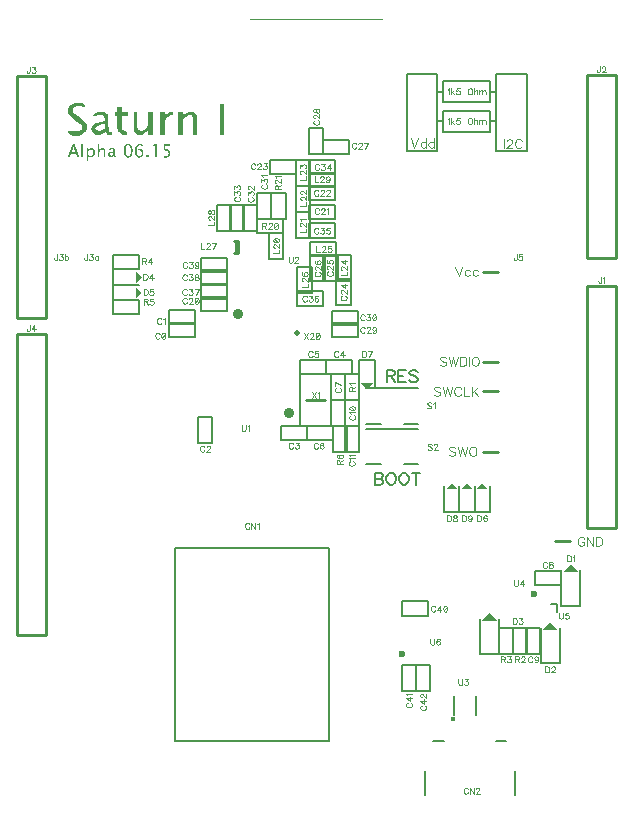
<source format=gto>
G04 DipTrace 2.3.1.0*
%INTopSilk.gbr*%
%MOIN*%
%ADD10C,0.0098*%
%ADD12C,0.003*%
%ADD15C,0.0197*%
%ADD16C,0.0157*%
%ADD17C,0.0236*%
%ADD19C,0.0079*%
%ADD20C,0.0063*%
%ADD22C,0.0*%
%ADD42C,0.0344*%
%ADD117C,0.0046*%
%FSLAX44Y44*%
G04*
G70*
G90*
G75*
G01*
%LNTopSilk*%
%LPD*%
X10512Y20768D2*
D19*
X9646D1*
Y21240D1*
X10512D1*
Y20768D1*
Y21201D2*
X9646D1*
Y21673D1*
X10512D1*
Y21201D1*
X11102Y18110D2*
X10630D1*
Y17244D1*
X11102D1*
Y18110D1*
X13386Y17795D2*
X14252D1*
Y17323D1*
X13386D1*
Y17795D1*
X15768Y19528D2*
X14902D1*
Y20000D1*
X15768D1*
Y19528D1*
X14035Y20000D2*
X14902D1*
Y19528D1*
X14035D1*
Y20000D1*
X15118Y17323D2*
X14252D1*
Y17795D1*
X15118D1*
Y17323D1*
X15531Y19528D2*
X15059D1*
Y18661D1*
X15531D1*
Y19528D1*
X21850Y12972D2*
X22717D1*
Y12500D1*
X21850D1*
Y12972D1*
X22028Y11063D2*
X21555D1*
Y10197D1*
X22028D1*
Y11063D1*
X16004Y18661D2*
X15531D1*
Y17795D1*
X16004D1*
Y18661D1*
X15531Y16929D2*
X16004D1*
Y17795D1*
X15531D1*
Y16929D1*
X11594Y21614D2*
X10728D1*
Y22087D1*
X11594D1*
Y21614D1*
X14331Y25177D2*
X15197D1*
Y24705D1*
X14331D1*
Y25177D1*
Y25807D2*
X15197D1*
Y25335D1*
X14331D1*
Y25807D1*
X13898Y26201D2*
X13031D1*
Y26673D1*
X13898D1*
Y26201D1*
X15709Y22697D2*
X15236D1*
Y21831D1*
X15709D1*
Y22697D1*
X14803Y22638D2*
X15276D1*
Y23504D1*
X14803D1*
Y22638D1*
X14370D2*
X14843D1*
Y23504D1*
X14370D1*
Y22638D1*
X15669Y26870D2*
X14803D1*
Y27343D1*
X15669D1*
Y26870D1*
X14331D2*
X14803D1*
Y27736D1*
X14331D1*
Y26870D1*
X15079Y21220D2*
X15945D1*
Y20748D1*
X15079D1*
Y21220D1*
Y21634D2*
X15945D1*
Y21161D1*
X15079D1*
Y21634D1*
X12598Y24705D2*
X13071D1*
Y25571D1*
X12598D1*
Y24705D1*
Y25177D2*
X12126D1*
Y24311D1*
X12598D1*
Y25177D1*
X12165D2*
X11693D1*
Y24311D1*
X12165D1*
Y25177D1*
X15197Y26201D2*
X14331D1*
Y26673D1*
X15197D1*
Y26201D1*
Y24075D2*
X14331D1*
Y24547D1*
X15197D1*
Y24075D1*
X13937Y22283D2*
X14803D1*
Y21811D1*
X13937D1*
Y22283D1*
X11594Y22028D2*
X10728D1*
Y22500D1*
X11594D1*
Y22028D1*
Y22520D2*
X10728D1*
Y22992D1*
X11594D1*
Y22520D1*
Y22933D2*
X10728D1*
Y23406D1*
X11594D1*
Y22933D1*
X17421Y11949D2*
X18287D1*
Y11476D1*
X17421D1*
Y11949D1*
X17894Y9843D2*
X17421D1*
Y8976D1*
X17894D1*
Y9843D1*
X18366D2*
X17894D1*
Y8976D1*
X18366D1*
Y9843D1*
X15000Y7303D2*
X9843D1*
Y13720D1*
X15000D1*
Y7303D1*
X18189Y5482D2*
Y6309D1*
X18465Y7293D2*
X18819D1*
X20551D2*
X20905D1*
X21181Y6309D2*
Y5482D1*
X23366Y12992D2*
Y11811D1*
X22736Y12992D2*
Y11811D1*
G36*
X23327Y12913D2*
X22776D1*
X23051Y13189D1*
X23327Y12913D1*
G37*
X23366Y11811D2*
D19*
X22736D1*
X22677Y11063D2*
Y9882D1*
X22047Y11063D2*
Y9882D1*
G36*
X22638Y10984D2*
X22087D1*
X22362Y11260D1*
X22638Y10984D1*
G37*
X22677Y9882D2*
D19*
X22047D1*
X20650Y11378D2*
Y10197D1*
X20020Y11378D2*
Y10197D1*
G36*
X20610Y11299D2*
X20059D1*
X20335Y11575D1*
X20610Y11299D1*
G37*
X20650Y10197D2*
D19*
X20020D1*
X8642Y22500D2*
X7776D1*
Y23012D1*
X8642D1*
G36*
X8563Y22953D2*
Y22559D1*
X8760Y22756D1*
X8563Y22953D1*
G37*
X8642Y21988D2*
D19*
X7776D1*
Y22500D1*
X8642D1*
G36*
X8563Y22441D2*
Y22047D1*
X8760Y22244D1*
X8563Y22441D1*
G37*
X20354Y15787D2*
D19*
Y14921D1*
X19843D1*
Y15787D1*
G36*
X19902Y15709D2*
X20295D1*
X20098Y15906D1*
X19902Y15709D1*
G37*
X16004Y19134D2*
D19*
Y20000D1*
X16516D1*
Y19134D1*
G36*
X16457Y19213D2*
X16063D1*
X16260Y19016D1*
X16457Y19213D1*
G37*
X19331Y15787D2*
D19*
Y14921D1*
X18819D1*
Y15787D1*
G36*
X18878Y15709D2*
X19272D1*
X19075Y15906D1*
X18878Y15709D1*
G37*
X19843Y15787D2*
D19*
Y14921D1*
X19331D1*
Y15787D1*
G36*
X19390Y15709D2*
X19783D1*
X19587Y15906D1*
X19390Y15709D1*
G37*
X23575Y22472D2*
D10*
X24559D1*
Y14402D1*
X23575D1*
Y22472D1*
Y29488D2*
X24559D1*
Y23386D1*
X23575D1*
Y29488D1*
X5559Y21402D2*
X4575D1*
Y29472D1*
X5559D1*
Y21402D1*
Y10817D2*
X4575D1*
Y20857D1*
X5559D1*
Y10817D1*
X20110Y22925D2*
X20622D1*
X20110Y19933D2*
X20622D1*
X20110Y18949D2*
X20622D1*
X20110Y16941D2*
X20622D1*
X22512Y13949D2*
X23024D1*
X13465Y24232D2*
D19*
X12992D1*
Y23366D1*
X13465D1*
Y24232D1*
X13898Y24075D2*
X14370D1*
Y24941D1*
X13898D1*
Y24075D1*
Y24941D2*
X14370D1*
Y25807D1*
X13898D1*
Y24941D1*
Y25807D2*
X14370D1*
Y26673D1*
X13898D1*
Y25807D1*
X15236Y22638D2*
X15709D1*
Y23504D1*
X15236D1*
Y22638D1*
X14370Y23937D2*
X15236D1*
Y23465D1*
X14370D1*
Y23937D1*
X13937Y22244D2*
X14409D1*
Y23110D1*
X13937D1*
Y22244D1*
X11969Y23563D2*
D10*
X11811D1*
X11969Y23957D2*
X11811D1*
X11969D2*
Y23563D1*
X11893Y23957D2*
Y23563D1*
X11260Y24311D2*
D19*
X11732D1*
Y25177D1*
X11260D1*
Y24311D1*
X15197Y25768D2*
X14331D1*
Y26240D1*
X15197D1*
Y25768D1*
X16004Y19528D2*
X15531D1*
Y18661D1*
X16004D1*
Y19528D1*
X21122Y10197D2*
X21594D1*
Y11063D1*
X21122D1*
Y10197D1*
X20650D2*
X21122D1*
Y11063D1*
X20650D1*
Y10197D1*
X8642Y23012D2*
X7776D1*
Y23484D1*
X8642D1*
Y23012D1*
Y21516D2*
X7776D1*
Y21988D1*
X8642D1*
Y21516D1*
X15591Y17795D2*
X15118D1*
Y16929D1*
X15591D1*
Y17795D1*
X13465Y24232D2*
X12598D1*
Y24705D1*
X13465D1*
Y24232D1*
X13543Y25571D2*
X13071D1*
Y24705D1*
X13543D1*
Y25571D1*
X17500Y17874D2*
X17972D1*
X16713D2*
X16240D1*
X17972Y19055D2*
X16240D1*
X17500Y16516D2*
X17972D1*
X16713D2*
X16240D1*
X17972Y17697D2*
X16240D1*
D42*
X13657Y18233D3*
X11954Y21521D3*
D16*
X19134Y8035D3*
X19173Y8154D2*
D19*
Y8783D1*
X19882Y8154D2*
Y8783D1*
D17*
X21811Y12205D3*
X22579Y11595D2*
D19*
Y11870D1*
X22402D1*
D17*
X17421Y10197D3*
X14232Y18661D2*
D10*
X14862D1*
X14035Y17795D2*
D19*
X15059D1*
Y19528D1*
X14035D1*
Y17795D1*
D15*
X13917Y20886D3*
X18799Y29291D2*
D19*
X20354D1*
Y28583D1*
X18799D1*
Y29291D1*
X17579Y29528D2*
X18583D1*
Y26949D1*
X17579D1*
Y29528D1*
X20571D2*
X21575D1*
Y26949D1*
X20571D1*
Y29528D1*
X18799Y28937D2*
X18583D1*
X20354D2*
X20571D1*
X18799Y28307D2*
X20354D1*
Y27598D1*
X18799D1*
Y28307D1*
Y27953D2*
X18583D1*
X20354D2*
X20571D1*
X16767Y31345D2*
D22*
X12367D1*
X6500Y28569D2*
D12*
X6740D1*
X6443Y28539D2*
X6781D1*
X11348D2*
X11467D1*
X6397Y28510D2*
X6812D1*
X11348D2*
X11467D1*
X6362Y28480D2*
X6822D1*
X11348D2*
X11467D1*
X6337Y28450D2*
X6507D1*
X6770D2*
X6829D1*
X11348D2*
X11467D1*
X6318Y28420D2*
X6465D1*
X7937D2*
X8056D1*
X11348D2*
X11467D1*
X6305Y28390D2*
X6432D1*
X7937D2*
X8056D1*
X11348D2*
X11467D1*
X6297Y28360D2*
X6421D1*
X7937D2*
X8056D1*
X11348D2*
X11467D1*
X6294Y28330D2*
X6416D1*
X7937D2*
X8056D1*
X11348D2*
X11467D1*
X6293Y28300D2*
X6416D1*
X7937D2*
X8056D1*
X11348D2*
X11467D1*
X6296Y28270D2*
X6429D1*
X7278D2*
X7488D1*
X7847D2*
X8266D1*
X8475D2*
X8565D1*
X8954D2*
X9074D1*
X9373D2*
X9492D1*
X9672D2*
X9762D1*
X9971D2*
X10091D1*
X10300D2*
X10450D1*
X11348D2*
X11467D1*
X6304Y28240D2*
X6450D1*
X7213D2*
X7530D1*
X7847D2*
X8266D1*
X8475D2*
X8565D1*
X8954D2*
X9074D1*
X9373D2*
X9494D1*
X9627D2*
X9760D1*
X9971D2*
X10092D1*
X10245D2*
X10479D1*
X11348D2*
X11467D1*
X6317Y28210D2*
X6479D1*
X7162D2*
X7564D1*
X7847D2*
X8266D1*
X8475D2*
X8565D1*
X8954D2*
X9074D1*
X9373D2*
X9498D1*
X9584D2*
X9746D1*
X9971D2*
X10097D1*
X10193D2*
X10505D1*
X11348D2*
X11467D1*
X6334Y28180D2*
X6515D1*
X7143D2*
X7590D1*
X7847D2*
X8266D1*
X8475D2*
X8565D1*
X8954D2*
X9074D1*
X9373D2*
X9509D1*
X9539D2*
X9704D1*
X9971D2*
X10107D1*
X10142D2*
X10526D1*
X11348D2*
X11467D1*
X6357Y28150D2*
X6557D1*
X7129D2*
X7218D1*
X7457D2*
X7599D1*
X7937D2*
X8056D1*
X8475D2*
X8565D1*
X8954D2*
X9074D1*
X9373D2*
X9652D1*
X9971D2*
X10246D1*
X10414D2*
X10544D1*
X11348D2*
X11467D1*
X6383Y28121D2*
X6602D1*
X7481D2*
X7604D1*
X7937D2*
X8056D1*
X8475D2*
X8565D1*
X8954D2*
X9074D1*
X9373D2*
X9604D1*
X9971D2*
X10199D1*
X10432D2*
X10556D1*
X11348D2*
X11467D1*
X6413Y28091D2*
X6650D1*
X7499D2*
X7606D1*
X7937D2*
X8056D1*
X8475D2*
X8565D1*
X8954D2*
X9074D1*
X9373D2*
X9563D1*
X9971D2*
X10160D1*
X10442D2*
X10563D1*
X11348D2*
X11467D1*
X6447Y28061D2*
X6694D1*
X7509D2*
X7607D1*
X7937D2*
X8056D1*
X8475D2*
X8565D1*
X8954D2*
X9074D1*
X9373D2*
X9533D1*
X9971D2*
X10130D1*
X10446D2*
X10567D1*
X11348D2*
X11467D1*
X6488Y28031D2*
X6732D1*
X7514D2*
X7607D1*
X7937D2*
X8056D1*
X8475D2*
X8565D1*
X8954D2*
X9074D1*
X9373D2*
X9509D1*
X9971D2*
X10107D1*
X10449D2*
X10569D1*
X11348D2*
X11467D1*
X6533Y28001D2*
X6766D1*
X7516D2*
X7607D1*
X7937D2*
X8056D1*
X8475D2*
X8565D1*
X8954D2*
X9074D1*
X9373D2*
X9500D1*
X9971D2*
X10099D1*
X10449D2*
X10569D1*
X11348D2*
X11467D1*
X6580Y27971D2*
X6797D1*
X7518D2*
X7607D1*
X7937D2*
X8056D1*
X8475D2*
X8565D1*
X8954D2*
X9074D1*
X9373D2*
X9496D1*
X9971D2*
X10094D1*
X10450D2*
X10569D1*
X11348D2*
X11467D1*
X6625Y27941D2*
X6824D1*
X7380D2*
X7607D1*
X7937D2*
X8056D1*
X8475D2*
X8565D1*
X8954D2*
X9074D1*
X9373D2*
X9494D1*
X9971D2*
X10092D1*
X10450D2*
X10570D1*
X11348D2*
X11467D1*
X6667Y27911D2*
X6846D1*
X7273D2*
X7607D1*
X7937D2*
X8056D1*
X8475D2*
X8565D1*
X8954D2*
X9074D1*
X9373D2*
X9493D1*
X9971D2*
X10091D1*
X10450D2*
X10570D1*
X11348D2*
X11467D1*
X6702Y27881D2*
X6863D1*
X7198D2*
X7607D1*
X7937D2*
X8056D1*
X8475D2*
X8565D1*
X8954D2*
X9074D1*
X9373D2*
X9493D1*
X9971D2*
X10091D1*
X10450D2*
X10570D1*
X11348D2*
X11467D1*
X6731Y27851D2*
X6876D1*
X7147D2*
X7321D1*
X7518D2*
X7607D1*
X7937D2*
X8056D1*
X8475D2*
X8565D1*
X8953D2*
X9074D1*
X9373D2*
X9493D1*
X9971D2*
X10091D1*
X10450D2*
X10570D1*
X11348D2*
X11467D1*
X6753Y27821D2*
X6883D1*
X7112D2*
X7260D1*
X7518D2*
X7607D1*
X7937D2*
X8056D1*
X8475D2*
X8565D1*
X8948D2*
X9074D1*
X9373D2*
X9492D1*
X9971D2*
X10091D1*
X10450D2*
X10570D1*
X11348D2*
X11467D1*
X6762Y27791D2*
X6887D1*
X7086D2*
X7217D1*
X7518D2*
X7607D1*
X7937D2*
X8056D1*
X8475D2*
X8566D1*
X8936D2*
X9074D1*
X9373D2*
X9492D1*
X9971D2*
X10091D1*
X10450D2*
X10570D1*
X11348D2*
X11467D1*
X6765Y27761D2*
X6887D1*
X7077D2*
X7186D1*
X7516D2*
X7608D1*
X7937D2*
X8058D1*
X8475D2*
X8570D1*
X8919D2*
X9074D1*
X9373D2*
X9492D1*
X9971D2*
X10091D1*
X10450D2*
X10570D1*
X11348D2*
X11467D1*
X6765Y27732D2*
X6884D1*
X7072D2*
X7159D1*
X7513D2*
X7609D1*
X7938D2*
X8063D1*
X8475D2*
X8579D1*
X8897D2*
X9074D1*
X9373D2*
X9492D1*
X9971D2*
X10091D1*
X10450D2*
X10570D1*
X11348D2*
X11467D1*
X6753Y27702D2*
X6876D1*
X7071D2*
X7186D1*
X7495D2*
X7612D1*
X7942D2*
X8073D1*
X8476D2*
X8592D1*
X8864D2*
X9074D1*
X9373D2*
X9492D1*
X9971D2*
X10091D1*
X10450D2*
X10570D1*
X11348D2*
X11467D1*
X6726Y27672D2*
X6863D1*
X7075D2*
X7222D1*
X7428D2*
X7620D1*
X7950D2*
X8107D1*
X8480D2*
X8626D1*
X8809D2*
X9074D1*
X9373D2*
X9492D1*
X9971D2*
X10091D1*
X10450D2*
X10570D1*
X11348D2*
X11467D1*
X6291Y27642D2*
X6351D1*
X6655D2*
X6846D1*
X7084D2*
X7317D1*
X7321D2*
X7627D1*
X7963D2*
X8149D1*
X8489D2*
X8708D1*
X8726D2*
X8894D1*
X8954D2*
X9074D1*
X9373D2*
X9492D1*
X9971D2*
X10091D1*
X10450D2*
X10570D1*
X11348D2*
X11467D1*
X6292Y27612D2*
X6525D1*
X6545D2*
X6823D1*
X7100D2*
X7633D1*
X7981D2*
X8188D1*
X8502D2*
X8863D1*
X8954D2*
X9074D1*
X9373D2*
X9492D1*
X9971D2*
X10091D1*
X10450D2*
X10570D1*
X11348D2*
X11467D1*
X6296Y27582D2*
X6794D1*
X7125D2*
X7458D1*
X7555D2*
X7727D1*
X8008D2*
X8218D1*
X8524D2*
X8828D1*
X8954D2*
X9074D1*
X9373D2*
X9492D1*
X9971D2*
X10091D1*
X10450D2*
X10570D1*
X11348D2*
X11467D1*
X6318Y27552D2*
X6757D1*
X7156D2*
X7398D1*
X7579D2*
X7727D1*
X8045D2*
X8228D1*
X8557D2*
X8788D1*
X8954D2*
X9074D1*
X9373D2*
X9492D1*
X9971D2*
X10091D1*
X10450D2*
X10570D1*
X11348D2*
X11467D1*
X6375Y27522D2*
X6707D1*
X7189D2*
X7338D1*
X7607D2*
X7727D1*
X8086D2*
X8236D1*
X8595D2*
X8744D1*
X8954D2*
X9074D1*
X9373D2*
X9492D1*
X9971D2*
X10091D1*
X10450D2*
X10570D1*
X11348D2*
X11467D1*
X6440Y27492D2*
X6650D1*
X6739Y27203D2*
X6769D1*
X7277D2*
X7307D1*
X6739Y27193D2*
X6769D1*
X7277D2*
X7307D1*
X8255D2*
X8294D1*
X8644D2*
X8703D1*
X6449Y27183D2*
X6479D1*
X6739D2*
X6769D1*
X7277D2*
X7307D1*
X8239D2*
X8314D1*
X8621D2*
X8729D1*
X9182D2*
X9212D1*
X9481D2*
X9671D1*
X6444Y27173D2*
X6483D1*
X6739D2*
X6769D1*
X7277D2*
X7307D1*
X8225D2*
X8235D1*
X8324D2*
X8329D1*
X8602D2*
X8624D1*
X8723D2*
X8753D1*
X9122D2*
X9212D1*
X9481D2*
X9671D1*
X6440Y27163D2*
X6487D1*
X6739D2*
X6769D1*
X7277D2*
X7307D1*
X8205D2*
X8224D1*
X8334D2*
X8342D1*
X8588D2*
X8607D1*
X9122D2*
X9212D1*
X9481D2*
X9671D1*
X6436Y27153D2*
X6492D1*
X6739D2*
X6769D1*
X7277D2*
X7307D1*
X8198D2*
X8214D1*
X8343D2*
X8353D1*
X8577D2*
X8594D1*
X9192D2*
X9212D1*
X9481D2*
X9501D1*
X6432Y27143D2*
X6496D1*
X6739D2*
X6769D1*
X7277D2*
X7307D1*
X8192D2*
X8206D1*
X8350D2*
X8362D1*
X8568D2*
X8584D1*
X9192D2*
X9212D1*
X9481D2*
X9501D1*
X6427Y27133D2*
X6499D1*
X6739D2*
X6769D1*
X7277D2*
X7307D1*
X8185D2*
X8199D1*
X8356D2*
X8370D1*
X8561D2*
X8575D1*
X9192D2*
X9212D1*
X9481D2*
X9501D1*
X6423Y27123D2*
X6503D1*
X6739D2*
X6769D1*
X7277D2*
X7307D1*
X8179D2*
X8193D1*
X8361D2*
X8376D1*
X8554D2*
X8569D1*
X9192D2*
X9212D1*
X9481D2*
X9501D1*
X6420Y27113D2*
X6441D1*
X6481D2*
X6507D1*
X6739D2*
X6769D1*
X7277D2*
X7307D1*
X8173D2*
X8189D1*
X8366D2*
X8381D1*
X8548D2*
X8565D1*
X9192D2*
X9212D1*
X9481D2*
X9501D1*
X6416Y27103D2*
X6434D1*
X6483D2*
X6512D1*
X6739D2*
X6769D1*
X7277D2*
X7307D1*
X8169D2*
X8187D1*
X8370D2*
X8386D1*
X8542D2*
X8561D1*
X9192D2*
X9212D1*
X9481D2*
X9501D1*
X6411Y27093D2*
X6428D1*
X6486D2*
X6515D1*
X6739D2*
X6769D1*
X7277D2*
X7307D1*
X8165D2*
X8185D1*
X8372D2*
X8390D1*
X8538D2*
X8558D1*
X9192D2*
X9212D1*
X9481D2*
X9501D1*
X6407Y27083D2*
X6424D1*
X6489D2*
X6519D1*
X6739D2*
X6769D1*
X7277D2*
X7307D1*
X8162D2*
X8183D1*
X8373D2*
X8394D1*
X8534D2*
X8556D1*
X9192D2*
X9212D1*
X9481D2*
X9501D1*
X6403Y27073D2*
X6420D1*
X6493D2*
X6522D1*
X6739D2*
X6769D1*
X7277D2*
X7307D1*
X8159D2*
X8181D1*
X8374D2*
X8397D1*
X8531D2*
X8554D1*
X9192D2*
X9212D1*
X9481D2*
X9501D1*
X6400Y27063D2*
X6416D1*
X6497D2*
X6526D1*
X6739D2*
X6769D1*
X6908D2*
X6938D1*
X7038D2*
X7078D1*
X7277D2*
X7307D1*
X7407D2*
X7447D1*
X7706D2*
X7766D1*
X8157D2*
X8178D1*
X8376D2*
X8401D1*
X8528D2*
X8552D1*
X9192D2*
X9212D1*
X9481D2*
X9501D1*
X6396Y27053D2*
X6413D1*
X6502D2*
X6529D1*
X6739D2*
X6769D1*
X6908D2*
X6938D1*
X7019D2*
X7092D1*
X7277D2*
X7307D1*
X7391D2*
X7461D1*
X7675D2*
X7785D1*
X8155D2*
X8176D1*
X8378D2*
X8402D1*
X8526D2*
X8550D1*
X9192D2*
X9212D1*
X9481D2*
X9501D1*
X6392Y27043D2*
X6410D1*
X6505D2*
X6533D1*
X6739D2*
X6769D1*
X6908D2*
X6939D1*
X7002D2*
X7105D1*
X7277D2*
X7307D1*
X7375D2*
X7474D1*
X7646D2*
X7676D1*
X7776D2*
X7799D1*
X8153D2*
X8176D1*
X8381D2*
X8403D1*
X8525D2*
X8547D1*
X9192D2*
X9212D1*
X9481D2*
X9501D1*
X6387Y27033D2*
X6406D1*
X6509D2*
X6537D1*
X6739D2*
X6769D1*
X6908D2*
X6941D1*
X6988D2*
X6998D1*
X7088D2*
X7116D1*
X7277D2*
X7308D1*
X7361D2*
X7377D1*
X7456D2*
X7484D1*
X7785D2*
X7809D1*
X8151D2*
X8175D1*
X8383D2*
X8404D1*
X8524D2*
X8545D1*
X8644D2*
X8683D1*
X9192D2*
X9212D1*
X9481D2*
X9501D1*
X6383Y27023D2*
X6401D1*
X6513D2*
X6541D1*
X6739D2*
X6769D1*
X6908D2*
X6948D1*
X6978D2*
D3*
X7097D2*
X7125D1*
X7277D2*
X7310D1*
X7347D2*
X7357D1*
X7465D2*
X7492D1*
X7794D2*
X7816D1*
X8148D2*
X8175D1*
X8384D2*
X8406D1*
X8522D2*
X8545D1*
X8624D2*
X8703D1*
X9192D2*
X9212D1*
X9481D2*
X9543D1*
X6380Y27013D2*
X6397D1*
X6517D2*
X6545D1*
X6739D2*
X6769D1*
X6908D2*
X6958D1*
X7106D2*
X7133D1*
X7277D2*
X7318D1*
X7471D2*
X7498D1*
X7800D2*
X7821D1*
X8147D2*
X8175D1*
X8384D2*
X8408D1*
X8520D2*
X8545D1*
X8604D2*
D3*
X8665D2*
X8718D1*
X9192D2*
X9212D1*
X9481D2*
X9576D1*
X6376Y27003D2*
X6393D1*
X6522D2*
X6549D1*
X6739D2*
X6769D1*
X6908D2*
X6950D1*
X7113D2*
X7139D1*
X7277D2*
X7327D1*
X7474D2*
X7502D1*
X7803D2*
X7824D1*
X8146D2*
X8175D1*
X8384D2*
X8411D1*
X8517D2*
X8546D1*
X8694D2*
X8731D1*
X9192D2*
X9212D1*
X9532D2*
X9600D1*
X6372Y26993D2*
X6390D1*
X6525D2*
X6553D1*
X6739D2*
X6769D1*
X6908D2*
X6944D1*
X7119D2*
X7145D1*
X7277D2*
X7321D1*
X7475D2*
X7504D1*
X7805D2*
X7825D1*
X8145D2*
X8175D1*
X8384D2*
X8413D1*
X8516D2*
X8551D1*
X8714D2*
X8741D1*
X9192D2*
X9212D1*
X9570D2*
X9618D1*
X6367Y26983D2*
X6386D1*
X6529D2*
X6557D1*
X6739D2*
X6769D1*
X6908D2*
X6941D1*
X7123D2*
X7149D1*
X7277D2*
X7316D1*
X7476D2*
X7506D1*
X7805D2*
X7825D1*
X8145D2*
X8175D1*
X8384D2*
X8413D1*
X8515D2*
X8556D1*
X8727D2*
X8749D1*
X9192D2*
X9212D1*
X9596D2*
X9631D1*
X6363Y26973D2*
X6382D1*
X6533D2*
X6561D1*
X6739D2*
X6769D1*
X6908D2*
X6939D1*
X7125D2*
X7153D1*
X7277D2*
X7312D1*
X7476D2*
X7506D1*
X7806D2*
X7826D1*
X8145D2*
X8175D1*
X8384D2*
X8412D1*
X8514D2*
X8557D1*
X8734D2*
X8755D1*
X9192D2*
X9212D1*
X9613D2*
X9642D1*
X6360Y26963D2*
X6377D1*
X6537D2*
X6565D1*
X6739D2*
X6769D1*
X6908D2*
X6938D1*
X7127D2*
X7156D1*
X7277D2*
X7309D1*
X7477D2*
X7506D1*
X7806D2*
X7826D1*
X8145D2*
X8175D1*
X8384D2*
X8410D1*
X8514D2*
X8556D1*
X8739D2*
X8760D1*
X9192D2*
X9212D1*
X9624D2*
X9650D1*
X6356Y26953D2*
X6374D1*
X6541D2*
X6569D1*
X6739D2*
X6769D1*
X6908D2*
X6938D1*
X7127D2*
X7157D1*
X7277D2*
X7308D1*
X7477D2*
X7507D1*
X7806D2*
X7826D1*
X8147D2*
X8175D1*
X8384D2*
X8408D1*
X8516D2*
X8555D1*
X8742D2*
X8765D1*
X9192D2*
X9212D1*
X9631D2*
X9657D1*
X6352Y26943D2*
X6371D1*
X6545D2*
X6573D1*
X6739D2*
X6769D1*
X6908D2*
X6938D1*
X7127D2*
X7157D1*
X7277D2*
X7307D1*
X7477D2*
X7507D1*
X7806D2*
X7826D1*
X8149D2*
X8175D1*
X8384D2*
X8406D1*
X8518D2*
X8554D1*
X8744D2*
X8769D1*
X9192D2*
X9212D1*
X9636D2*
X9662D1*
X6347Y26933D2*
X6370D1*
X6547D2*
X6577D1*
X6739D2*
X6769D1*
X6908D2*
X6938D1*
X7128D2*
X7157D1*
X7277D2*
X7307D1*
X7477D2*
X7507D1*
X7726D2*
X7826D1*
X8151D2*
X8175D1*
X8383D2*
X8405D1*
X8521D2*
X8554D1*
X8747D2*
X8771D1*
X9192D2*
X9212D1*
X9639D2*
X9666D1*
X6343Y26923D2*
X6370D1*
X6548D2*
X6581D1*
X6739D2*
X6769D1*
X6908D2*
X6938D1*
X7128D2*
X7157D1*
X7277D2*
X7307D1*
X7477D2*
X7507D1*
X7686D2*
X7706D1*
X7806D2*
X7826D1*
X8153D2*
X8175D1*
X8380D2*
X8404D1*
X8522D2*
X8554D1*
X8750D2*
X8772D1*
X9192D2*
X9212D1*
X9640D2*
X9669D1*
X6340Y26913D2*
X6585D1*
X6739D2*
X6769D1*
X6908D2*
X6938D1*
X7128D2*
X7157D1*
X7277D2*
X7307D1*
X7477D2*
X7507D1*
X7666D2*
X7687D1*
X7806D2*
X7826D1*
X8155D2*
X8176D1*
X8378D2*
X8403D1*
X8524D2*
X8554D1*
X8752D2*
X8773D1*
X9192D2*
X9212D1*
X9641D2*
X9670D1*
X6336Y26903D2*
X6589D1*
X6739D2*
X6769D1*
X6908D2*
X6938D1*
X7128D2*
X7156D1*
X7277D2*
X7307D1*
X7477D2*
X7507D1*
X7654D2*
X7672D1*
X7806D2*
X7826D1*
X8156D2*
X8179D1*
X8376D2*
X8400D1*
X8525D2*
X8554D1*
X8752D2*
X8773D1*
X9192D2*
X9212D1*
X9641D2*
X9671D1*
X6332Y26893D2*
X6592D1*
X6739D2*
X6769D1*
X6908D2*
X6938D1*
X7128D2*
X7153D1*
X7277D2*
X7307D1*
X7477D2*
X7507D1*
X7644D2*
X7660D1*
X7806D2*
X7826D1*
X8159D2*
X8181D1*
X8375D2*
X8397D1*
X8528D2*
X8554D1*
X8751D2*
X8772D1*
X9192D2*
X9212D1*
X9641D2*
X9671D1*
X6327Y26883D2*
X6351D1*
X6571D2*
X6596D1*
X6739D2*
X6769D1*
X6908D2*
X6938D1*
X7127D2*
X7150D1*
X7277D2*
X7307D1*
X7477D2*
X7507D1*
X7637D2*
X7652D1*
X7806D2*
X7826D1*
X8162D2*
X8183D1*
X8374D2*
X8394D1*
X8531D2*
X8554D1*
X8749D2*
X8769D1*
X9192D2*
X9212D1*
X9641D2*
X9671D1*
X6323Y26873D2*
X6344D1*
X6573D2*
X6599D1*
X6739D2*
X6769D1*
X6908D2*
X6938D1*
X7126D2*
X7147D1*
X7277D2*
X7307D1*
X7477D2*
X7507D1*
X7631D2*
X7649D1*
X7806D2*
X7826D1*
X8165D2*
X8184D1*
X8373D2*
X8390D1*
X8534D2*
X8554D1*
X8747D2*
X8766D1*
X9192D2*
X9212D1*
X9641D2*
X9670D1*
X6320Y26864D2*
X6338D1*
X6577D2*
X6603D1*
X6739D2*
X6769D1*
X6908D2*
X6938D1*
X7123D2*
X7144D1*
X7277D2*
X7307D1*
X7477D2*
X7507D1*
X7629D2*
X7647D1*
X7805D2*
X7826D1*
X8169D2*
X8186D1*
X8370D2*
X8386D1*
X8538D2*
X8556D1*
X8745D2*
X8763D1*
X9192D2*
X9212D1*
X9641D2*
X9669D1*
X6316Y26854D2*
X6334D1*
X6581D2*
X6607D1*
X6739D2*
X6769D1*
X6908D2*
X6939D1*
X7119D2*
X7139D1*
X7277D2*
X7307D1*
X7477D2*
X7507D1*
X7627D2*
X7647D1*
X7804D2*
X7826D1*
X8173D2*
X8189D1*
X8366D2*
X8382D1*
X8542D2*
X8558D1*
X8742D2*
X8759D1*
X9192D2*
X9212D1*
X9639D2*
X9666D1*
X6313Y26844D2*
X6330D1*
X6585D2*
X6611D1*
X6739D2*
X6769D1*
X6908D2*
X6940D1*
X7115D2*
X7133D1*
X7277D2*
X7307D1*
X7477D2*
X7507D1*
X7627D2*
X7648D1*
X7800D2*
X7826D1*
X8179D2*
X8193D1*
X8361D2*
X8376D1*
X8547D2*
X8563D1*
X8739D2*
X8755D1*
X9192D2*
X9212D1*
X9636D2*
X9662D1*
X6310Y26834D2*
X6326D1*
X6589D2*
X6615D1*
X6739D2*
X6769D1*
X6908D2*
X6945D1*
X7109D2*
X7127D1*
X7277D2*
X7307D1*
X7477D2*
X7507D1*
X7628D2*
X7653D1*
X7793D2*
X7828D1*
X8185D2*
X8199D1*
X8356D2*
X8370D1*
X8552D2*
X8568D1*
X8735D2*
X8749D1*
X9192D2*
X9212D1*
X9632D2*
X9656D1*
X6306Y26824D2*
X6322D1*
X6593D2*
X6619D1*
X6739D2*
X6769D1*
X6908D2*
X6956D1*
X7102D2*
X7119D1*
X7277D2*
X7307D1*
X7477D2*
X7507D1*
X7631D2*
X7664D1*
X7786D2*
X7831D1*
X8192D2*
X8205D1*
X8350D2*
X8362D1*
X8558D2*
X8576D1*
X8728D2*
X8741D1*
X8903D2*
X8943D1*
X9192D2*
X9212D1*
X9626D2*
X9649D1*
X6302Y26814D2*
X6317D1*
X6597D2*
X6623D1*
X6739D2*
X6769D1*
X6908D2*
X6968D1*
X7079D2*
X7109D1*
X7277D2*
X7307D1*
X7477D2*
X7507D1*
X7639D2*
X7676D1*
X7756D2*
X7766D1*
X7802D2*
X7839D1*
X8200D2*
X8210D1*
X8342D2*
X8353D1*
X8566D2*
X8587D1*
X8719D2*
X8732D1*
X8903D2*
X8943D1*
X9192D2*
X9212D1*
X9617D2*
X9640D1*
X6297Y26804D2*
X6314D1*
X6601D2*
X6627D1*
X6739D2*
X6769D1*
X6908D2*
X6954D1*
X6978D2*
X6988D1*
X7042D2*
X7097D1*
X7277D2*
X7307D1*
X7477D2*
X7507D1*
X7649D2*
X7751D1*
X7814D2*
X7849D1*
X8211D2*
X8215D1*
X8334D2*
X8343D1*
X8577D2*
X8599D1*
X8707D2*
X8721D1*
X8903D2*
X8943D1*
X9192D2*
X9212D1*
X9605D2*
X9628D1*
X6293Y26794D2*
X6311D1*
X6605D2*
X6633D1*
X6739D2*
X6769D1*
X6908D2*
X6944D1*
X6998D2*
X7083D1*
X7277D2*
X7307D1*
X7477D2*
X7507D1*
X7662D2*
X7734D1*
X7825D2*
X7858D1*
X8224D2*
X8235D1*
X8324D2*
X8330D1*
X8590D2*
X8614D1*
X8693D2*
X8707D1*
X8903D2*
X8943D1*
X9192D2*
X9212D1*
X9481D2*
X9491D1*
X9591D2*
X9613D1*
X6290Y26784D2*
X6310D1*
X6609D2*
X6639D1*
X6739D2*
X6769D1*
X6908D2*
X6941D1*
X7018D2*
X7068D1*
X7277D2*
X7307D1*
X7477D2*
X7507D1*
X7676D2*
X7716D1*
X7836D2*
X7866D1*
X8239D2*
X8314D1*
X8606D2*
X8691D1*
X8903D2*
X8943D1*
X9192D2*
X9212D1*
X9491D2*
X9593D1*
X6908Y26774D2*
X6939D1*
X8255D2*
X8294D1*
X8624D2*
X8673D1*
X9501D2*
X9571D1*
X6908Y26764D2*
X6938D1*
X6908Y26754D2*
X6938D1*
X6908Y26744D2*
X6938D1*
X6908Y26734D2*
X6938D1*
X6908Y26724D2*
X6938D1*
X6908Y26714D2*
X6938D1*
X6908Y26704D2*
X6938D1*
X6908Y26694D2*
X6938D1*
X6908Y26684D2*
X6938D1*
X6908Y26674D2*
X6938D1*
X6500Y28569D2*
X6443Y28539D1*
X6397Y28510D1*
X6362Y28480D1*
X6337Y28450D1*
X6318Y28420D1*
X6305Y28390D1*
X6297Y28360D1*
X6294Y28330D1*
X6293Y28300D1*
X6296Y28270D1*
X6304Y28240D1*
X6317Y28210D1*
X6334Y28180D1*
X6357Y28150D1*
X6383Y28121D1*
X6413Y28091D1*
X6447Y28061D1*
X6488Y28031D1*
X6533Y28001D1*
X6580Y27971D1*
X6625Y27941D1*
X6667Y27911D1*
X6702Y27881D1*
X6731Y27851D1*
X6753Y27821D1*
X6762Y27791D1*
X6765Y27761D1*
Y27732D1*
X6753Y27702D1*
X6726Y27672D1*
X6655Y27642D1*
X6545Y27612D1*
X6411Y27582D1*
X6740Y28569D2*
X6781Y28539D1*
X6812Y28510D1*
X6822Y28480D1*
X6829Y28450D1*
X11348Y28539D2*
Y28510D1*
Y28480D1*
Y28450D1*
Y28420D1*
Y28390D1*
Y28360D1*
Y28330D1*
Y28300D1*
Y28270D1*
Y28240D1*
Y28210D1*
Y28180D1*
Y28150D1*
Y28121D1*
Y28091D1*
Y28061D1*
Y28031D1*
Y28001D1*
Y27971D1*
Y27941D1*
Y27911D1*
Y27881D1*
Y27851D1*
Y27821D1*
Y27791D1*
Y27761D1*
Y27732D1*
Y27702D1*
Y27672D1*
Y27642D1*
Y27612D1*
Y27582D1*
Y27552D1*
Y27522D1*
X11467Y28539D2*
Y28510D1*
Y28480D1*
Y28450D1*
Y28420D1*
Y28390D1*
Y28360D1*
Y28330D1*
Y28300D1*
Y28270D1*
Y28240D1*
Y28210D1*
Y28180D1*
Y28150D1*
Y28121D1*
Y28091D1*
Y28061D1*
Y28031D1*
Y28001D1*
Y27971D1*
Y27941D1*
Y27911D1*
Y27881D1*
Y27851D1*
Y27821D1*
Y27791D1*
Y27761D1*
Y27732D1*
Y27702D1*
Y27672D1*
Y27642D1*
Y27612D1*
Y27582D1*
Y27552D1*
Y27522D1*
X6560Y28480D2*
X6507Y28450D1*
X6465Y28420D1*
X6432Y28390D1*
X6421Y28360D1*
X6416Y28330D1*
Y28300D1*
X6429Y28270D1*
X6450Y28240D1*
X6479Y28210D1*
X6515Y28180D1*
X6557Y28150D1*
X6602Y28121D1*
X6650Y28091D1*
X6694Y28061D1*
X6732Y28031D1*
X6766Y28001D1*
X6797Y27971D1*
X6824Y27941D1*
X6846Y27911D1*
X6863Y27881D1*
X6876Y27851D1*
X6883Y27821D1*
X6887Y27791D1*
Y27761D1*
X6884Y27732D1*
X6876Y27702D1*
X6863Y27672D1*
X6846Y27642D1*
X6823Y27612D1*
X6794Y27582D1*
X6757Y27552D1*
X6707Y27522D1*
X6650Y27492D1*
X6740Y28480D2*
X6770Y28450D1*
X7937Y28420D2*
Y28390D1*
Y28360D1*
Y28330D1*
Y28300D1*
Y28270D1*
X7847D1*
Y28240D1*
Y28210D1*
Y28180D1*
Y28150D1*
X7937D1*
Y28121D1*
Y28091D1*
Y28061D1*
Y28031D1*
Y28001D1*
Y27971D1*
Y27941D1*
Y27911D1*
Y27881D1*
Y27851D1*
Y27821D1*
Y27791D1*
Y27761D1*
X7938Y27732D1*
X7942Y27702D1*
X7950Y27672D1*
X7963Y27642D1*
X7981Y27612D1*
X8008Y27582D1*
X8045Y27552D1*
X8086Y27522D1*
X8056Y28420D2*
Y28390D1*
Y28360D1*
Y28330D1*
Y28300D1*
Y28270D1*
X8266D1*
Y28240D1*
Y28210D1*
Y28180D1*
Y28150D1*
X8056D1*
Y28121D1*
Y28091D1*
Y28061D1*
Y28031D1*
Y28001D1*
Y27971D1*
Y27941D1*
Y27911D1*
Y27881D1*
Y27851D1*
Y27821D1*
Y27791D1*
X8058Y27761D1*
X8063Y27732D1*
X8073Y27702D1*
X8107Y27672D1*
X8149Y27642D1*
X8188Y27612D1*
X8218Y27582D1*
X8228Y27552D1*
X8236Y27522D1*
X7278Y28270D2*
X7213Y28240D1*
X7162Y28210D1*
X7143Y28180D1*
X7129Y28150D1*
X7488Y28270D2*
X7530Y28240D1*
X7564Y28210D1*
X7590Y28180D1*
X7599Y28150D1*
X7604Y28121D1*
X7606Y28091D1*
X7607Y28061D1*
Y28031D1*
Y28001D1*
Y27971D1*
Y27941D1*
Y27911D1*
Y27881D1*
Y27851D1*
Y27821D1*
Y27791D1*
X7608Y27761D1*
X7609Y27732D1*
X7612Y27702D1*
X7620Y27672D1*
X7627Y27642D1*
X7633Y27612D1*
X7637Y27582D1*
X7727D1*
Y27552D1*
Y27522D1*
X8475Y28270D2*
Y28240D1*
Y28210D1*
Y28180D1*
Y28150D1*
Y28121D1*
Y28091D1*
Y28061D1*
Y28031D1*
Y28001D1*
Y27971D1*
Y27941D1*
Y27911D1*
Y27881D1*
Y27851D1*
Y27821D1*
Y27791D1*
Y27761D1*
Y27732D1*
X8476Y27702D1*
X8480Y27672D1*
X8489Y27642D1*
X8502Y27612D1*
X8524Y27582D1*
X8557Y27552D1*
X8595Y27522D1*
X8565Y28270D2*
Y28240D1*
Y28210D1*
Y28180D1*
Y28150D1*
Y28121D1*
Y28091D1*
Y28061D1*
Y28031D1*
Y28001D1*
Y27971D1*
Y27941D1*
Y27911D1*
Y27881D1*
Y27851D1*
Y27821D1*
X8566Y27791D1*
X8570Y27761D1*
X8579Y27732D1*
X8592Y27702D1*
X8626Y27672D1*
X8708Y27642D1*
X8804Y27612D1*
X8954Y28270D2*
Y28240D1*
Y28210D1*
Y28180D1*
Y28150D1*
Y28121D1*
Y28091D1*
Y28061D1*
Y28031D1*
Y28001D1*
Y27971D1*
Y27941D1*
Y27911D1*
Y27881D1*
X8953Y27851D1*
X8948Y27821D1*
X8936Y27791D1*
X8919Y27761D1*
X8897Y27732D1*
X8864Y27702D1*
X8809Y27672D1*
X8726Y27642D1*
X8625Y27612D1*
X9074Y28270D2*
Y28240D1*
Y28210D1*
Y28180D1*
Y28150D1*
Y28121D1*
Y28091D1*
Y28061D1*
Y28031D1*
Y28001D1*
Y27971D1*
Y27941D1*
Y27911D1*
Y27881D1*
Y27851D1*
Y27821D1*
Y27791D1*
Y27761D1*
Y27732D1*
Y27702D1*
Y27672D1*
Y27642D1*
Y27612D1*
Y27582D1*
Y27552D1*
Y27522D1*
X9373Y28270D2*
Y28240D1*
Y28210D1*
Y28180D1*
Y28150D1*
Y28121D1*
Y28091D1*
Y28061D1*
Y28031D1*
Y28001D1*
Y27971D1*
Y27941D1*
Y27911D1*
Y27881D1*
Y27851D1*
Y27821D1*
Y27791D1*
Y27761D1*
Y27732D1*
Y27702D1*
Y27672D1*
Y27642D1*
Y27612D1*
Y27582D1*
Y27552D1*
Y27522D1*
X9492Y28270D2*
X9494Y28240D1*
X9498Y28210D1*
X9509Y28180D1*
X9522Y28150D1*
X9672Y28270D2*
X9627Y28240D1*
X9584Y28210D1*
X9539Y28180D1*
X9492Y28150D1*
X9762Y28270D2*
X9760Y28240D1*
X9746Y28210D1*
X9704Y28180D1*
X9652Y28150D1*
X9604Y28121D1*
X9563Y28091D1*
X9533Y28061D1*
X9509Y28031D1*
X9500Y28001D1*
X9496Y27971D1*
X9494Y27941D1*
X9493Y27911D1*
Y27881D1*
Y27851D1*
X9492Y27821D1*
Y27791D1*
Y27761D1*
Y27732D1*
Y27702D1*
Y27672D1*
Y27642D1*
Y27612D1*
Y27582D1*
Y27552D1*
Y27522D1*
X9971Y28270D2*
Y28240D1*
Y28210D1*
Y28180D1*
Y28150D1*
Y28121D1*
Y28091D1*
Y28061D1*
Y28031D1*
Y28001D1*
Y27971D1*
Y27941D1*
Y27911D1*
Y27881D1*
Y27851D1*
Y27821D1*
Y27791D1*
Y27761D1*
Y27732D1*
Y27702D1*
Y27672D1*
Y27642D1*
Y27612D1*
Y27582D1*
Y27552D1*
Y27522D1*
X10091Y28270D2*
X10092Y28240D1*
X10097Y28210D1*
X10107Y28180D1*
X10121Y28150D1*
X10300Y28270D2*
X10245Y28240D1*
X10193Y28210D1*
X10142Y28180D1*
X10091Y28150D1*
X10450Y28270D2*
X10479Y28240D1*
X10505Y28210D1*
X10526Y28180D1*
X10544Y28150D1*
X10556Y28121D1*
X10563Y28091D1*
X10567Y28061D1*
X10569Y28031D1*
Y28001D1*
Y27971D1*
X10570Y27941D1*
Y27911D1*
Y27881D1*
Y27851D1*
Y27821D1*
Y27791D1*
Y27761D1*
Y27732D1*
Y27702D1*
Y27672D1*
Y27642D1*
Y27612D1*
Y27582D1*
Y27552D1*
Y27522D1*
X7248Y28180D2*
X7218Y28150D1*
X7428Y28180D2*
X7457Y28150D1*
X7481Y28121D1*
X7499Y28091D1*
X7509Y28061D1*
X7514Y28031D1*
X7516Y28001D1*
X7518Y27971D1*
X7380Y27941D1*
X7273Y27911D1*
X7198Y27881D1*
X7147Y27851D1*
X7112Y27821D1*
X7086Y27791D1*
X7077Y27761D1*
X7072Y27732D1*
X7071Y27702D1*
X7075Y27672D1*
X7084Y27642D1*
X7100Y27612D1*
X7125Y27582D1*
X7156Y27552D1*
X7189Y27522D1*
X10300Y28180D2*
X10246Y28150D1*
X10199Y28121D1*
X10160Y28091D1*
X10130Y28061D1*
X10107Y28031D1*
X10099Y28001D1*
X10094Y27971D1*
X10092Y27941D1*
X10091Y27911D1*
Y27881D1*
Y27851D1*
Y27821D1*
Y27791D1*
Y27761D1*
Y27732D1*
Y27702D1*
Y27672D1*
Y27642D1*
Y27612D1*
Y27582D1*
Y27552D1*
Y27522D1*
X10390Y28180D2*
X10414Y28150D1*
X10432Y28121D1*
X10442Y28091D1*
X10446Y28061D1*
X10449Y28031D1*
Y28001D1*
X10450Y27971D1*
Y27941D1*
Y27911D1*
Y27881D1*
Y27851D1*
Y27821D1*
Y27791D1*
Y27761D1*
Y27732D1*
Y27702D1*
Y27672D1*
Y27642D1*
Y27612D1*
Y27582D1*
Y27552D1*
Y27522D1*
X7398Y27881D2*
X7321Y27851D1*
X7260Y27821D1*
X7217Y27791D1*
X7186Y27761D1*
X7159Y27732D1*
X7186Y27702D1*
X7222Y27672D1*
X7317Y27642D1*
X7428Y27612D1*
X7518Y27881D2*
Y27851D1*
Y27821D1*
Y27791D1*
X7516Y27761D1*
X7513Y27732D1*
X7495Y27702D1*
X7428Y27672D1*
X7321Y27642D1*
X7189Y27612D1*
X6291Y27642D2*
X6292Y27612D1*
X6296Y27582D1*
X6318Y27552D1*
X6375Y27522D1*
X6440Y27492D1*
X6351Y27642D2*
X6525Y27612D1*
X6710Y27582D1*
X8924Y27672D2*
X8894Y27642D1*
X8863Y27612D1*
X8828Y27582D1*
X8788Y27552D1*
X8744Y27522D1*
X8954Y27672D2*
Y27642D1*
Y27612D1*
Y27582D1*
Y27552D1*
Y27522D1*
X7518Y27612D2*
X7458Y27582D1*
X7398Y27552D1*
X7338Y27522D1*
X7548Y27612D2*
X7555Y27582D1*
X7579Y27552D1*
X7607Y27522D1*
X6739Y27203D2*
Y27193D1*
Y27183D1*
Y27173D1*
Y27163D1*
Y27153D1*
Y27143D1*
Y27133D1*
Y27123D1*
Y27113D1*
Y27103D1*
Y27093D1*
Y27083D1*
Y27073D1*
Y27063D1*
Y27053D1*
Y27043D1*
Y27033D1*
Y27023D1*
Y27013D1*
Y27003D1*
Y26993D1*
Y26983D1*
Y26973D1*
Y26963D1*
Y26953D1*
Y26943D1*
Y26933D1*
Y26923D1*
Y26913D1*
Y26903D1*
Y26893D1*
Y26883D1*
Y26873D1*
Y26864D1*
Y26854D1*
Y26844D1*
Y26834D1*
Y26824D1*
Y26814D1*
Y26804D1*
Y26794D1*
Y26784D1*
X6769Y27203D2*
Y27193D1*
Y27183D1*
Y27173D1*
Y27163D1*
Y27153D1*
Y27143D1*
Y27133D1*
Y27123D1*
Y27113D1*
Y27103D1*
Y27093D1*
Y27083D1*
Y27073D1*
Y27063D1*
Y27053D1*
Y27043D1*
Y27033D1*
Y27023D1*
Y27013D1*
Y27003D1*
Y26993D1*
Y26983D1*
Y26973D1*
Y26963D1*
Y26953D1*
Y26943D1*
Y26933D1*
Y26923D1*
Y26913D1*
Y26903D1*
Y26893D1*
Y26883D1*
Y26873D1*
Y26864D1*
Y26854D1*
Y26844D1*
Y26834D1*
Y26824D1*
Y26814D1*
Y26804D1*
Y26794D1*
Y26784D1*
X7277Y27203D2*
Y27193D1*
Y27183D1*
Y27173D1*
Y27163D1*
Y27153D1*
Y27143D1*
Y27133D1*
Y27123D1*
Y27113D1*
Y27103D1*
Y27093D1*
Y27083D1*
Y27073D1*
Y27063D1*
Y27053D1*
Y27043D1*
Y27033D1*
Y27023D1*
Y27013D1*
Y27003D1*
Y26993D1*
Y26983D1*
Y26973D1*
Y26963D1*
Y26953D1*
Y26943D1*
Y26933D1*
Y26923D1*
Y26913D1*
Y26903D1*
Y26893D1*
Y26883D1*
Y26873D1*
Y26864D1*
Y26854D1*
Y26844D1*
Y26834D1*
Y26824D1*
Y26814D1*
Y26804D1*
Y26794D1*
Y26784D1*
X7307Y27203D2*
Y27193D1*
Y27183D1*
Y27173D1*
Y27163D1*
Y27153D1*
Y27143D1*
Y27133D1*
Y27123D1*
Y27113D1*
Y27103D1*
Y27093D1*
Y27083D1*
Y27073D1*
Y27063D1*
Y27053D1*
Y27043D1*
X7308Y27033D1*
X7310Y27023D1*
X7318Y27013D1*
X7327Y27003D1*
X7321Y26993D1*
X7316Y26983D1*
X7312Y26973D1*
X7309Y26963D1*
X7308Y26953D1*
X7307Y26943D1*
Y26933D1*
Y26923D1*
Y26913D1*
Y26903D1*
Y26893D1*
Y26883D1*
Y26873D1*
Y26864D1*
Y26854D1*
Y26844D1*
Y26834D1*
Y26824D1*
Y26814D1*
Y26804D1*
Y26794D1*
Y26784D1*
X8255Y27193D2*
X8239Y27183D1*
X8225Y27173D1*
X8294Y27193D2*
X8314Y27183D1*
X8329Y27173D1*
X8342Y27163D1*
X8353Y27153D1*
X8362Y27143D1*
X8370Y27133D1*
X8376Y27123D1*
X8381Y27113D1*
X8386Y27103D1*
X8390Y27093D1*
X8394Y27083D1*
X8397Y27073D1*
X8401Y27063D1*
X8402Y27053D1*
X8403Y27043D1*
X8404Y27033D1*
X8406Y27023D1*
X8408Y27013D1*
X8411Y27003D1*
X8413Y26993D1*
Y26983D1*
X8412Y26973D1*
X8410Y26963D1*
X8408Y26953D1*
X8406Y26943D1*
X8405Y26933D1*
X8404Y26923D1*
X8403Y26913D1*
X8400Y26903D1*
X8397Y26893D1*
X8394Y26883D1*
X8390Y26873D1*
X8386Y26864D1*
X8382Y26854D1*
X8376Y26844D1*
X8370Y26834D1*
X8362Y26824D1*
X8353Y26814D1*
X8343Y26804D1*
X8330Y26794D1*
X8314Y26784D1*
X8294Y26774D1*
X8644Y27193D2*
X8621Y27183D1*
X8602Y27173D1*
X8588Y27163D1*
X8577Y27153D1*
X8568Y27143D1*
X8561Y27133D1*
X8554Y27123D1*
X8548Y27113D1*
X8542Y27103D1*
X8538Y27093D1*
X8534Y27083D1*
X8531Y27073D1*
X8528Y27063D1*
X8526Y27053D1*
X8525Y27043D1*
X8524Y27033D1*
X8522Y27023D1*
X8520Y27013D1*
X8517Y27003D1*
X8516Y26993D1*
X8515Y26983D1*
X8514Y26973D1*
Y26963D1*
X8516Y26953D1*
X8518Y26943D1*
X8521Y26933D1*
X8522Y26923D1*
X8524Y26913D1*
X8525Y26903D1*
X8528Y26893D1*
X8531Y26883D1*
X8534Y26873D1*
X8538Y26864D1*
X8542Y26854D1*
X8547Y26844D1*
X8552Y26834D1*
X8558Y26824D1*
X8566Y26814D1*
X8577Y26804D1*
X8590Y26794D1*
X8606Y26784D1*
X8624Y26774D1*
X8703Y27193D2*
X8729Y27183D1*
X8753Y27173D1*
X6449Y27183D2*
X6444Y27173D1*
X6440Y27163D1*
X6436Y27153D1*
X6432Y27143D1*
X6427Y27133D1*
X6423Y27123D1*
X6420Y27113D1*
X6416Y27103D1*
X6411Y27093D1*
X6407Y27083D1*
X6403Y27073D1*
X6400Y27063D1*
X6396Y27053D1*
X6392Y27043D1*
X6387Y27033D1*
X6383Y27023D1*
X6380Y27013D1*
X6376Y27003D1*
X6372Y26993D1*
X6367Y26983D1*
X6363Y26973D1*
X6360Y26963D1*
X6356Y26953D1*
X6352Y26943D1*
X6347Y26933D1*
X6343Y26923D1*
X6340Y26913D1*
X6336Y26903D1*
X6332Y26893D1*
X6327Y26883D1*
X6323Y26873D1*
X6320Y26864D1*
X6316Y26854D1*
X6313Y26844D1*
X6310Y26834D1*
X6306Y26824D1*
X6302Y26814D1*
X6297Y26804D1*
X6293Y26794D1*
X6290Y26784D1*
X6479Y27183D2*
X6483Y27173D1*
X6487Y27163D1*
X6492Y27153D1*
X6496Y27143D1*
X6499Y27133D1*
X6503Y27123D1*
X6507Y27113D1*
X6512Y27103D1*
X6515Y27093D1*
X6519Y27083D1*
X6522Y27073D1*
X6526Y27063D1*
X6529Y27053D1*
X6533Y27043D1*
X6537Y27033D1*
X6541Y27023D1*
X6545Y27013D1*
X6549Y27003D1*
X6553Y26993D1*
X6557Y26983D1*
X6561Y26973D1*
X6565Y26963D1*
X6569Y26953D1*
X6573Y26943D1*
X6577Y26933D1*
X6581Y26923D1*
X6585Y26913D1*
X6589Y26903D1*
X6592Y26893D1*
X6596Y26883D1*
X6599Y26873D1*
X6603Y26864D1*
X6607Y26854D1*
X6611Y26844D1*
X6615Y26834D1*
X6619Y26824D1*
X6623Y26814D1*
X6627Y26804D1*
X6633Y26794D1*
X6639Y26784D1*
X9182Y27183D2*
X9122Y27173D1*
Y27163D1*
Y27153D1*
X9192D1*
Y27143D1*
Y27133D1*
Y27123D1*
Y27113D1*
Y27103D1*
Y27093D1*
Y27083D1*
Y27073D1*
Y27063D1*
Y27053D1*
Y27043D1*
Y27033D1*
Y27023D1*
Y27013D1*
Y27003D1*
Y26993D1*
Y26983D1*
Y26973D1*
Y26963D1*
Y26953D1*
Y26943D1*
Y26933D1*
Y26923D1*
Y26913D1*
Y26903D1*
Y26893D1*
Y26883D1*
Y26873D1*
Y26864D1*
Y26854D1*
Y26844D1*
Y26834D1*
Y26824D1*
Y26814D1*
Y26804D1*
Y26794D1*
Y26784D1*
X9212Y27183D2*
Y27173D1*
Y27163D1*
Y27153D1*
Y27143D1*
Y27133D1*
Y27123D1*
Y27113D1*
Y27103D1*
Y27093D1*
Y27083D1*
Y27073D1*
Y27063D1*
Y27053D1*
Y27043D1*
Y27033D1*
Y27023D1*
Y27013D1*
Y27003D1*
Y26993D1*
Y26983D1*
Y26973D1*
Y26963D1*
Y26953D1*
Y26943D1*
Y26933D1*
Y26923D1*
Y26913D1*
Y26903D1*
Y26893D1*
Y26883D1*
Y26873D1*
Y26864D1*
Y26854D1*
Y26844D1*
Y26834D1*
Y26824D1*
Y26814D1*
Y26804D1*
Y26794D1*
Y26784D1*
X9481Y27183D2*
Y27173D1*
Y27163D1*
Y27153D1*
Y27143D1*
Y27133D1*
Y27123D1*
Y27113D1*
Y27103D1*
Y27093D1*
Y27083D1*
Y27073D1*
Y27063D1*
Y27053D1*
Y27043D1*
Y27033D1*
Y27023D1*
Y27013D1*
X9532Y27003D1*
X9570Y26993D1*
X9596Y26983D1*
X9613Y26973D1*
X9624Y26963D1*
X9631Y26953D1*
X9636Y26943D1*
X9639Y26933D1*
X9640Y26923D1*
X9641Y26913D1*
Y26903D1*
Y26893D1*
Y26883D1*
Y26873D1*
Y26864D1*
X9639Y26854D1*
X9636Y26844D1*
X9632Y26834D1*
X9626Y26824D1*
X9617Y26814D1*
X9605Y26804D1*
X9591Y26794D1*
X9671Y27183D2*
Y27173D1*
Y27163D1*
X8235Y27173D2*
X8224Y27163D1*
X8214Y27153D1*
X8206Y27143D1*
X8199Y27133D1*
X8193Y27123D1*
X8189Y27113D1*
X8187Y27103D1*
X8185Y27093D1*
X8183Y27083D1*
X8181Y27073D1*
X8178Y27063D1*
X8176Y27053D1*
Y27043D1*
X8175Y27033D1*
Y27023D1*
Y27013D1*
Y27003D1*
Y26993D1*
Y26983D1*
Y26973D1*
Y26963D1*
Y26953D1*
Y26943D1*
Y26933D1*
Y26923D1*
X8176Y26913D1*
X8179Y26903D1*
X8181Y26893D1*
X8183Y26883D1*
X8184Y26873D1*
X8186Y26864D1*
X8189Y26854D1*
X8193Y26844D1*
X8199Y26834D1*
X8205Y26824D1*
X8210Y26814D1*
X8215Y26804D1*
X8324Y27173D2*
X8334Y27163D1*
X8343Y27153D1*
X8350Y27143D1*
X8356Y27133D1*
X8361Y27123D1*
X8366Y27113D1*
X8370Y27103D1*
X8372Y27093D1*
X8373Y27083D1*
X8374Y27073D1*
X8376Y27063D1*
X8378Y27053D1*
X8381Y27043D1*
X8383Y27033D1*
X8384Y27023D1*
Y27013D1*
Y27003D1*
Y26993D1*
Y26983D1*
Y26973D1*
Y26963D1*
Y26953D1*
Y26943D1*
X8383Y26933D1*
X8380Y26923D1*
X8378Y26913D1*
X8376Y26903D1*
X8375Y26893D1*
X8374Y26883D1*
X8373Y26873D1*
X8370Y26864D1*
X8366Y26854D1*
X8361Y26844D1*
X8356Y26834D1*
X8350Y26824D1*
X8342Y26814D1*
X8334Y26804D1*
X8324Y26794D1*
X8644Y27183D2*
X8624Y27173D1*
X8607Y27163D1*
X8594Y27153D1*
X8584Y27143D1*
X8575Y27133D1*
X8569Y27123D1*
X8565Y27113D1*
X8561Y27103D1*
X8558Y27093D1*
X8556Y27083D1*
X8554Y27073D1*
X8552Y27063D1*
X8550Y27053D1*
X8547Y27043D1*
X8545Y27033D1*
Y27023D1*
Y27013D1*
X8546Y27003D1*
X8551Y26993D1*
X8556Y26983D1*
X8557Y26973D1*
X8556Y26963D1*
X8555Y26953D1*
X8554Y26943D1*
Y26933D1*
Y26923D1*
Y26913D1*
Y26903D1*
Y26893D1*
Y26883D1*
Y26873D1*
X8556Y26864D1*
X8558Y26854D1*
X8563Y26844D1*
X8568Y26834D1*
X8576Y26824D1*
X8587Y26814D1*
X8599Y26804D1*
X8614Y26794D1*
X8713Y27183D2*
X8723Y27173D1*
X8205Y27163D2*
X8198Y27153D1*
X8192Y27143D1*
X8185Y27133D1*
X8179Y27123D1*
X8173Y27113D1*
X8169Y27103D1*
X8165Y27093D1*
X8162Y27083D1*
X8159Y27073D1*
X8157Y27063D1*
X8155Y27053D1*
X8153Y27043D1*
X8151Y27033D1*
X8148Y27023D1*
X8147Y27013D1*
X8146Y27003D1*
X8145Y26993D1*
Y26983D1*
Y26973D1*
Y26963D1*
X8147Y26953D1*
X8149Y26943D1*
X8151Y26933D1*
X8153Y26923D1*
X8155Y26913D1*
X8156Y26903D1*
X8159Y26893D1*
X8162Y26883D1*
X8165Y26873D1*
X8169Y26864D1*
X8173Y26854D1*
X8179Y26844D1*
X8185Y26834D1*
X8192Y26824D1*
X8200Y26814D1*
X8211Y26804D1*
X8224Y26794D1*
X8239Y26784D1*
X8255Y26774D1*
X9501Y27163D2*
Y27153D1*
Y27143D1*
Y27133D1*
Y27123D1*
Y27113D1*
Y27103D1*
Y27093D1*
Y27083D1*
Y27073D1*
Y27063D1*
Y27053D1*
Y27043D1*
Y27033D1*
X9543Y27023D1*
X9576Y27013D1*
X9600Y27003D1*
X9618Y26993D1*
X9631Y26983D1*
X9642Y26973D1*
X9650Y26963D1*
X9657Y26953D1*
X9662Y26943D1*
X9666Y26933D1*
X9669Y26923D1*
X9670Y26913D1*
X9671Y26903D1*
Y26893D1*
Y26883D1*
X9670Y26873D1*
X9669Y26864D1*
X9666Y26854D1*
X9662Y26844D1*
X9656Y26834D1*
X9649Y26824D1*
X9640Y26814D1*
X9628Y26804D1*
X9613Y26794D1*
X9593Y26784D1*
X9571Y26774D1*
X6449Y27123D2*
X6441Y27113D1*
X6434Y27103D1*
X6428Y27093D1*
X6424Y27083D1*
X6420Y27073D1*
X6416Y27063D1*
X6413Y27053D1*
X6410Y27043D1*
X6406Y27033D1*
X6401Y27023D1*
X6397Y27013D1*
X6393Y27003D1*
X6390Y26993D1*
X6386Y26983D1*
X6382Y26973D1*
X6377Y26963D1*
X6374Y26953D1*
X6371Y26943D1*
X6370Y26933D1*
Y26923D1*
Y26913D1*
X6479Y27123D2*
X6481Y27113D1*
X6483Y27103D1*
X6486Y27093D1*
X6489Y27083D1*
X6493Y27073D1*
X6497Y27063D1*
X6502Y27053D1*
X6505Y27043D1*
X6509Y27033D1*
X6513Y27023D1*
X6517Y27013D1*
X6522Y27003D1*
X6525Y26993D1*
X6529Y26983D1*
X6533Y26973D1*
X6537Y26963D1*
X6541Y26953D1*
X6545Y26943D1*
X6547Y26933D1*
X6548Y26923D1*
X6549Y26913D1*
X6908Y27063D2*
Y27053D1*
Y27043D1*
Y27033D1*
Y27023D1*
Y27013D1*
Y27003D1*
Y26993D1*
Y26983D1*
Y26973D1*
Y26963D1*
Y26953D1*
Y26943D1*
Y26933D1*
Y26923D1*
Y26913D1*
Y26903D1*
Y26893D1*
Y26883D1*
Y26873D1*
Y26864D1*
Y26854D1*
Y26844D1*
Y26834D1*
Y26824D1*
Y26814D1*
Y26804D1*
Y26794D1*
Y26784D1*
Y26774D1*
Y26764D1*
Y26754D1*
Y26744D1*
Y26734D1*
Y26724D1*
Y26714D1*
Y26704D1*
Y26694D1*
Y26684D1*
Y26674D1*
X6938Y27063D2*
Y27053D1*
X6939Y27043D1*
X6941Y27033D1*
X6948Y27023D1*
X6958Y27013D1*
X6950Y27003D1*
X6944Y26993D1*
X6941Y26983D1*
X6939Y26973D1*
X6938Y26963D1*
Y26953D1*
Y26943D1*
Y26933D1*
Y26923D1*
Y26913D1*
Y26903D1*
Y26893D1*
Y26883D1*
Y26873D1*
Y26864D1*
X6939Y26854D1*
X6940Y26844D1*
X6945Y26834D1*
X6956Y26824D1*
X6968Y26814D1*
X6954Y26804D1*
X6944Y26794D1*
X6941Y26784D1*
X6939Y26774D1*
X6938Y26764D1*
Y26754D1*
Y26744D1*
Y26734D1*
Y26724D1*
Y26714D1*
Y26704D1*
Y26694D1*
Y26684D1*
Y26674D1*
X7038Y27063D2*
X7019Y27053D1*
X7002Y27043D1*
X6988Y27033D1*
X7078Y27063D2*
X7092Y27053D1*
X7105Y27043D1*
X7116Y27033D1*
X7125Y27023D1*
X7133Y27013D1*
X7139Y27003D1*
X7145Y26993D1*
X7149Y26983D1*
X7153Y26973D1*
X7156Y26963D1*
X7157Y26953D1*
Y26943D1*
Y26933D1*
Y26923D1*
Y26913D1*
X7156Y26903D1*
X7153Y26893D1*
X7150Y26883D1*
X7147Y26873D1*
X7144Y26864D1*
X7139Y26854D1*
X7133Y26844D1*
X7127Y26834D1*
X7119Y26824D1*
X7109Y26814D1*
X7097Y26804D1*
X7083Y26794D1*
X7068Y26784D1*
X7407Y27063D2*
X7391Y27053D1*
X7375Y27043D1*
X7361Y27033D1*
X7347Y27023D1*
X7447Y27063D2*
X7461Y27053D1*
X7474Y27043D1*
X7484Y27033D1*
X7492Y27023D1*
X7498Y27013D1*
X7502Y27003D1*
X7504Y26993D1*
X7506Y26983D1*
Y26973D1*
Y26963D1*
X7507Y26953D1*
Y26943D1*
Y26933D1*
Y26923D1*
Y26913D1*
Y26903D1*
Y26893D1*
Y26883D1*
Y26873D1*
Y26864D1*
Y26854D1*
Y26844D1*
Y26834D1*
Y26824D1*
Y26814D1*
Y26804D1*
Y26794D1*
Y26784D1*
X7706Y27063D2*
X7675Y27053D1*
X7646Y27043D1*
X7766Y27063D2*
X7785Y27053D1*
X7799Y27043D1*
X7809Y27033D1*
X7816Y27023D1*
X7821Y27013D1*
X7824Y27003D1*
X7825Y26993D1*
Y26983D1*
X7826Y26973D1*
Y26963D1*
Y26953D1*
Y26943D1*
Y26933D1*
Y26923D1*
Y26913D1*
Y26903D1*
Y26893D1*
Y26883D1*
Y26873D1*
Y26864D1*
Y26854D1*
Y26844D1*
X7828Y26834D1*
X7831Y26824D1*
X7839Y26814D1*
X7849Y26804D1*
X7858Y26794D1*
X7866Y26784D1*
X7686Y27053D2*
X7676Y27043D1*
X7766Y27053D2*
X7776Y27043D1*
X7785Y27033D1*
X7794Y27023D1*
X7800Y27013D1*
X7803Y27003D1*
X7805Y26993D1*
Y26983D1*
X7806Y26973D1*
Y26963D1*
Y26953D1*
Y26943D1*
X7726Y26933D1*
X7806Y26923D1*
Y26913D1*
Y26903D1*
Y26893D1*
Y26883D1*
Y26873D1*
X7805Y26864D1*
X7804Y26854D1*
X7800Y26844D1*
X7793Y26834D1*
X7786Y26824D1*
X7802Y26814D1*
X7814Y26804D1*
X7825Y26794D1*
X7836Y26784D1*
X6998Y27033D2*
X6978Y27023D1*
X7078Y27043D2*
X7088Y27033D1*
X7097Y27023D1*
X7106Y27013D1*
X7113Y27003D1*
X7119Y26993D1*
X7123Y26983D1*
X7125Y26973D1*
X7127Y26963D1*
Y26953D1*
Y26943D1*
X7128Y26933D1*
Y26923D1*
Y26913D1*
Y26903D1*
Y26893D1*
X7127Y26883D1*
X7126Y26873D1*
X7123Y26864D1*
X7119Y26854D1*
X7115Y26844D1*
X7109Y26834D1*
X7102Y26824D1*
X7079Y26814D1*
X7042Y26804D1*
X6998Y26794D1*
X7018Y26784D1*
X7377Y27033D2*
X7357Y27023D1*
X7447Y27043D2*
X7456Y27033D1*
X7465Y27023D1*
X7471Y27013D1*
X7474Y27003D1*
X7475Y26993D1*
X7476Y26983D1*
Y26973D1*
X7477Y26963D1*
Y26953D1*
Y26943D1*
Y26933D1*
Y26923D1*
Y26913D1*
Y26903D1*
Y26893D1*
Y26883D1*
Y26873D1*
Y26864D1*
Y26854D1*
Y26844D1*
Y26834D1*
Y26824D1*
Y26814D1*
Y26804D1*
Y26794D1*
Y26784D1*
X8644Y27033D2*
X8624Y27023D1*
X8665Y27013D1*
X8694Y27003D1*
X8714Y26993D1*
X8727Y26983D1*
X8734Y26973D1*
X8739Y26963D1*
X8742Y26953D1*
X8744Y26943D1*
X8747Y26933D1*
X8750Y26923D1*
X8752Y26913D1*
Y26903D1*
X8751Y26893D1*
X8749Y26883D1*
X8747Y26873D1*
X8745Y26864D1*
X8742Y26854D1*
X8739Y26844D1*
X8735Y26834D1*
X8728Y26824D1*
X8719Y26814D1*
X8707Y26804D1*
X8693Y26794D1*
X8683Y27033D2*
X8703Y27023D1*
X8718Y27013D1*
X8731Y27003D1*
X8741Y26993D1*
X8749Y26983D1*
X8755Y26973D1*
X8760Y26963D1*
X8765Y26953D1*
X8769Y26943D1*
X8771Y26933D1*
X8772Y26923D1*
X8773Y26913D1*
Y26903D1*
X8772Y26893D1*
X8769Y26883D1*
X8766Y26873D1*
X8763Y26864D1*
X8759Y26854D1*
X8755Y26844D1*
X8749Y26834D1*
X8741Y26824D1*
X8732Y26814D1*
X8721Y26804D1*
X8707Y26794D1*
X8691Y26784D1*
X8673Y26774D1*
X8604Y27013D2*
X7686Y26923D2*
X7706D2*
X7687Y26913D1*
X7672Y26903D1*
X7660Y26893D1*
X7652Y26883D1*
X7649Y26873D1*
X7647Y26864D1*
Y26854D1*
X7648Y26844D1*
X7653Y26834D1*
X7664Y26824D1*
X7676Y26814D1*
X7666Y26913D2*
X7654Y26903D1*
X7644Y26893D1*
X7637Y26883D1*
X7631Y26873D1*
X7629Y26864D1*
X7627Y26854D1*
Y26844D1*
X7628Y26834D1*
X7631Y26824D1*
X7639Y26814D1*
X7649Y26804D1*
X7662Y26794D1*
X7676Y26784D1*
X6360Y26893D2*
X6351Y26883D1*
X6344Y26873D1*
X6338Y26864D1*
X6334Y26854D1*
X6330Y26844D1*
X6326Y26834D1*
X6322Y26824D1*
X6317Y26814D1*
X6314Y26804D1*
X6311Y26794D1*
X6310Y26784D1*
X6569Y26893D2*
X6571Y26883D1*
X6573Y26873D1*
X6577Y26864D1*
X6581Y26854D1*
X6585Y26844D1*
X6589Y26834D1*
X6593Y26824D1*
X6597Y26814D1*
X6601Y26804D1*
X6605Y26794D1*
X6609Y26784D1*
X8903Y26824D2*
Y26814D1*
Y26804D1*
Y26794D1*
Y26784D1*
X8943Y26824D2*
Y26814D1*
Y26804D1*
Y26794D1*
Y26784D1*
X7756Y26814D2*
X7746Y26804D1*
X7766Y26814D2*
X7751Y26804D1*
X7734Y26794D1*
X7716Y26784D1*
X6978Y26804D2*
X6998Y26794D1*
X7018Y26784D1*
X6988Y26804D2*
X8235Y26794D2*
X9481D2*
X9491Y26784D1*
X9501Y26774D1*
X9491Y26794D2*
X9344Y20855D2*
X9334Y20874D1*
X9315Y20894D1*
X9296Y20903D1*
X9258D1*
X9239Y20894D1*
X9220Y20874D1*
X9210Y20855D1*
X9200Y20827D1*
Y20779D1*
X9210Y20750D1*
X9220Y20731D1*
X9239Y20712D1*
X9258Y20702D1*
X9296D1*
X9315Y20712D1*
X9334Y20731D1*
X9344Y20750D1*
X9463Y20903D2*
X9434Y20893D1*
X9415Y20865D1*
X9406Y20817D1*
Y20788D1*
X9415Y20740D1*
X9434Y20712D1*
X9463Y20702D1*
X9482D1*
X9511Y20712D1*
X9530Y20740D1*
X9540Y20788D1*
Y20817D1*
X9530Y20865D1*
X9511Y20893D1*
X9482Y20903D1*
X9463D1*
X9530Y20865D2*
X9415Y20740D1*
X9407Y21348D2*
X9397Y21367D1*
X9378Y21386D1*
X9359Y21395D1*
X9321D1*
X9301Y21386D1*
X9282Y21367D1*
X9273Y21348D1*
X9263Y21319D1*
Y21271D1*
X9273Y21242D1*
X9282Y21223D1*
X9301Y21204D1*
X9321Y21194D1*
X9359D1*
X9378Y21204D1*
X9397Y21223D1*
X9407Y21242D1*
X9468Y21357D2*
X9488Y21367D1*
X9516Y21395D1*
Y21194D1*
X10840Y17096D2*
X10831Y17115D1*
X10811Y17134D1*
X10792Y17143D1*
X10754D1*
X10735Y17134D1*
X10716Y17115D1*
X10706Y17096D1*
X10697Y17067D1*
Y17019D1*
X10706Y16990D1*
X10716Y16971D1*
X10735Y16952D1*
X10754Y16942D1*
X10792D1*
X10811Y16952D1*
X10831Y16971D1*
X10840Y16990D1*
X10912Y17095D2*
Y17105D1*
X10921Y17124D1*
X10931Y17134D1*
X10950Y17143D1*
X10988D1*
X11007Y17134D1*
X11017Y17124D1*
X11026Y17105D1*
Y17086D1*
X11017Y17067D1*
X10998Y17038D1*
X10902Y16942D1*
X11036D1*
X13793Y17194D2*
X13783Y17213D1*
X13764Y17232D1*
X13745Y17242D1*
X13707D1*
X13688Y17232D1*
X13669Y17213D1*
X13659Y17194D1*
X13649Y17165D1*
Y17117D1*
X13659Y17089D1*
X13669Y17069D1*
X13688Y17050D1*
X13707Y17041D1*
X13745D1*
X13764Y17050D1*
X13783Y17069D1*
X13793Y17089D1*
X13874Y17241D2*
X13979D1*
X13922Y17165D1*
X13950D1*
X13969Y17155D1*
X13979Y17146D1*
X13989Y17117D1*
Y17098D1*
X13979Y17069D1*
X13960Y17050D1*
X13931Y17041D1*
X13902D1*
X13874Y17050D1*
X13864Y17060D1*
X13855Y17079D1*
X15304Y20245D2*
X15294Y20264D1*
X15275Y20283D1*
X15256Y20293D1*
X15218D1*
X15199Y20283D1*
X15180Y20264D1*
X15170Y20245D1*
X15160Y20216D1*
Y20168D1*
X15170Y20140D1*
X15180Y20121D1*
X15199Y20102D1*
X15218Y20092D1*
X15256D1*
X15275Y20102D1*
X15294Y20121D1*
X15304Y20140D1*
X15461Y20092D2*
Y20293D1*
X15366Y20159D1*
X15509D1*
X14442Y20245D2*
X14433Y20264D1*
X14414Y20283D1*
X14395Y20293D1*
X14356D1*
X14337Y20283D1*
X14318Y20264D1*
X14308Y20245D1*
X14299Y20216D1*
Y20168D1*
X14308Y20140D1*
X14318Y20121D1*
X14337Y20102D1*
X14356Y20092D1*
X14395D1*
X14414Y20102D1*
X14433Y20121D1*
X14442Y20140D1*
X14619Y20293D2*
X14523D1*
X14514Y20207D1*
X14523Y20216D1*
X14552Y20226D1*
X14581D1*
X14609Y20216D1*
X14629Y20197D1*
X14638Y20168D1*
Y20149D1*
X14629Y20121D1*
X14609Y20101D1*
X14581Y20092D1*
X14552D1*
X14523Y20101D1*
X14514Y20111D1*
X14504Y20130D1*
X14624Y17191D2*
X14615Y17210D1*
X14596Y17229D1*
X14577Y17239D1*
X14538D1*
X14519Y17229D1*
X14500Y17210D1*
X14490Y17191D1*
X14481Y17162D1*
Y17114D1*
X14490Y17086D1*
X14500Y17066D1*
X14519Y17047D1*
X14538Y17038D1*
X14577D1*
X14596Y17047D1*
X14615Y17066D1*
X14624Y17086D1*
X14801Y17210D2*
X14791Y17229D1*
X14763Y17238D1*
X14744D1*
X14715Y17229D1*
X14696Y17200D1*
X14686Y17152D1*
Y17105D1*
X14696Y17066D1*
X14715Y17047D1*
X14744Y17038D1*
X14753D1*
X14782Y17047D1*
X14801Y17066D1*
X14810Y17095D1*
Y17105D1*
X14801Y17133D1*
X14782Y17152D1*
X14753Y17162D1*
X14744D1*
X14715Y17152D1*
X14696Y17133D1*
X14686Y17105D1*
X15239Y19060D2*
X15220Y19051D1*
X15201Y19032D1*
X15191Y19013D1*
Y18974D1*
X15201Y18955D1*
X15220Y18936D1*
X15239Y18927D1*
X15268Y18917D1*
X15316D1*
X15344Y18927D1*
X15364Y18936D1*
X15383Y18955D1*
X15392Y18974D1*
Y19013D1*
X15383Y19032D1*
X15364Y19051D1*
X15344Y19060D1*
X15392Y19160D2*
X15192Y19256D1*
Y19122D1*
X22257Y13218D2*
X22248Y13237D1*
X22229Y13256D1*
X22210Y13265D1*
X22171D1*
X22152Y13256D1*
X22133Y13237D1*
X22123Y13218D1*
X22114Y13189D1*
Y13141D1*
X22123Y13112D1*
X22133Y13093D1*
X22152Y13074D1*
X22171Y13064D1*
X22210D1*
X22229Y13074D1*
X22248Y13093D1*
X22257Y13112D1*
X22367Y13265D2*
X22338Y13256D1*
X22329Y13237D1*
Y13217D1*
X22338Y13198D1*
X22357Y13189D1*
X22396Y13179D1*
X22424Y13170D1*
X22443Y13150D1*
X22453Y13131D1*
Y13103D1*
X22443Y13084D1*
X22434Y13074D1*
X22405Y13064D1*
X22367D1*
X22338Y13074D1*
X22329Y13084D1*
X22319Y13103D1*
Y13131D1*
X22329Y13150D1*
X22348Y13170D1*
X22376Y13179D1*
X22415Y13189D1*
X22434Y13198D1*
X22443Y13217D1*
Y13237D1*
X22434Y13256D1*
X22405Y13265D1*
X22367D1*
X21770Y10068D2*
X21760Y10087D1*
X21741Y10106D1*
X21722Y10116D1*
X21684D1*
X21665Y10106D1*
X21646Y10087D1*
X21636Y10068D1*
X21626Y10039D1*
Y9991D1*
X21636Y9963D1*
X21646Y9944D1*
X21665Y9924D1*
X21684Y9915D1*
X21722D1*
X21741Y9924D1*
X21760Y9944D1*
X21770Y9963D1*
X21956Y10049D2*
X21946Y10020D1*
X21927Y10001D1*
X21899Y9991D1*
X21889D1*
X21860Y10001D1*
X21841Y10020D1*
X21832Y10049D1*
Y10058D1*
X21841Y10087D1*
X21860Y10106D1*
X21889Y10116D1*
X21899D1*
X21927Y10106D1*
X21946Y10087D1*
X21956Y10049D1*
Y10001D1*
X21946Y9953D1*
X21927Y9924D1*
X21899Y9915D1*
X21880D1*
X21851Y9924D1*
X21841Y9944D1*
X15719Y18147D2*
X15700Y18138D1*
X15681Y18119D1*
X15672Y18100D1*
Y18061D1*
X15681Y18042D1*
X15700Y18023D1*
X15719Y18013D1*
X15748Y18004D1*
X15796D1*
X15825Y18013D1*
X15844Y18023D1*
X15863Y18042D1*
X15873Y18061D1*
Y18100D1*
X15863Y18119D1*
X15844Y18138D1*
X15825Y18147D1*
X15710Y18209D2*
X15700Y18228D1*
X15672Y18257D1*
X15873D1*
X15672Y18376D2*
X15681Y18348D1*
X15710Y18328D1*
X15758Y18319D1*
X15787D1*
X15834Y18328D1*
X15863Y18348D1*
X15873Y18376D1*
Y18395D1*
X15863Y18424D1*
X15834Y18443D1*
X15787Y18453D1*
X15758D1*
X15710Y18443D1*
X15681Y18424D1*
X15672Y18395D1*
Y18376D1*
X15710Y18443D2*
X15834Y18328D1*
X15693Y16616D2*
X15674Y16606D1*
X15655Y16587D1*
X15646Y16568D1*
Y16530D1*
X15655Y16510D1*
X15674Y16491D1*
X15693Y16482D1*
X15722Y16472D1*
X15770D1*
X15799Y16482D1*
X15818Y16491D1*
X15837Y16510D1*
X15847Y16530D1*
Y16568D1*
X15837Y16587D1*
X15818Y16606D1*
X15799Y16616D1*
X15684Y16677D2*
X15674Y16697D1*
X15646Y16725D1*
X15847D1*
X15684Y16787D2*
X15674Y16806D1*
X15646Y16835D1*
X15847D1*
X10250Y22025D2*
X10241Y22044D1*
X10221Y22063D1*
X10202Y22072D1*
X10164D1*
X10145Y22063D1*
X10126Y22044D1*
X10116Y22025D1*
X10107Y21996D1*
Y21948D1*
X10116Y21919D1*
X10126Y21900D1*
X10145Y21881D1*
X10164Y21871D1*
X10202D1*
X10221Y21881D1*
X10241Y21900D1*
X10250Y21919D1*
X10322Y22024D2*
Y22034D1*
X10331Y22053D1*
X10341Y22063D1*
X10360Y22072D1*
X10398D1*
X10417Y22063D1*
X10427Y22053D1*
X10436Y22034D1*
Y22015D1*
X10427Y21996D1*
X10408Y21967D1*
X10312Y21871D1*
X10446D1*
X10565Y22072D2*
X10536Y22063D1*
X10517Y22034D1*
X10508Y21986D1*
Y21957D1*
X10517Y21910D1*
X10536Y21881D1*
X10565Y21871D1*
X10584D1*
X10613Y21881D1*
X10632Y21910D1*
X10641Y21957D1*
Y21986D1*
X10632Y22034D1*
X10613Y22063D1*
X10584Y22072D1*
X10565D1*
X10632Y22034D2*
X10517Y21910D1*
X14663Y25009D2*
X14654Y25028D1*
X14634Y25047D1*
X14615Y25057D1*
X14577D1*
X14558Y25047D1*
X14539Y25028D1*
X14529Y25009D1*
X14520Y24980D1*
Y24932D1*
X14529Y24904D1*
X14539Y24884D1*
X14558Y24865D1*
X14577Y24856D1*
X14615D1*
X14634Y24865D1*
X14654Y24884D1*
X14663Y24904D1*
X14735Y25009D2*
Y25018D1*
X14744Y25037D1*
X14754Y25047D1*
X14773Y25056D1*
X14811D1*
X14830Y25047D1*
X14840Y25037D1*
X14849Y25018D1*
Y24999D1*
X14840Y24980D1*
X14821Y24951D1*
X14725Y24856D1*
X14859D1*
X14921Y25018D2*
X14940Y25028D1*
X14969Y25056D1*
Y24856D1*
X14640Y25619D2*
X14630Y25638D1*
X14611Y25657D1*
X14592Y25667D1*
X14554D1*
X14535Y25657D1*
X14516Y25638D1*
X14506Y25619D1*
X14496Y25590D1*
Y25542D1*
X14506Y25514D1*
X14516Y25495D1*
X14535Y25476D1*
X14554Y25466D1*
X14592D1*
X14611Y25476D1*
X14630Y25495D1*
X14640Y25514D1*
X14711Y25619D2*
Y25628D1*
X14721Y25648D1*
X14730Y25657D1*
X14750Y25667D1*
X14788D1*
X14807Y25657D1*
X14816Y25648D1*
X14826Y25628D1*
Y25609D1*
X14816Y25590D1*
X14797Y25562D1*
X14702Y25466D1*
X14836D1*
X14907Y25619D2*
Y25628D1*
X14917Y25648D1*
X14926Y25657D1*
X14945Y25667D1*
X14983D1*
X15003Y25657D1*
X15012Y25648D1*
X15022Y25628D1*
Y25609D1*
X15012Y25590D1*
X14993Y25562D1*
X14897Y25466D1*
X15031D1*
X12533Y26505D2*
X12524Y26524D1*
X12505Y26543D1*
X12486Y26553D1*
X12447D1*
X12428Y26543D1*
X12409Y26524D1*
X12400Y26505D1*
X12390Y26476D1*
Y26428D1*
X12400Y26400D1*
X12409Y26381D1*
X12428Y26362D1*
X12447Y26352D1*
X12486D1*
X12505Y26362D1*
X12524Y26381D1*
X12533Y26400D1*
X12605Y26505D2*
Y26514D1*
X12614Y26534D1*
X12624Y26543D1*
X12643Y26553D1*
X12681D1*
X12700Y26543D1*
X12710Y26534D1*
X12720Y26514D1*
Y26495D1*
X12710Y26476D1*
X12691Y26448D1*
X12595Y26352D1*
X12729D1*
X12810Y26553D2*
X12915D1*
X12858Y26476D1*
X12887D1*
X12906Y26467D1*
X12915Y26457D1*
X12925Y26428D1*
Y26409D1*
X12915Y26381D1*
X12896Y26361D1*
X12867Y26352D1*
X12839D1*
X12810Y26361D1*
X12801Y26371D1*
X12791Y26390D1*
X15424Y22135D2*
X15405Y22126D1*
X15386Y22106D1*
X15376Y22087D1*
Y22049D1*
X15386Y22030D1*
X15405Y22011D1*
X15424Y22001D1*
X15453Y21992D1*
X15501D1*
X15529Y22001D1*
X15549Y22011D1*
X15568Y22030D1*
X15577Y22049D1*
Y22087D1*
X15568Y22106D1*
X15549Y22126D1*
X15529Y22135D1*
X15424Y22207D2*
X15415D1*
X15396Y22216D1*
X15386Y22226D1*
X15377Y22245D1*
Y22283D1*
X15386Y22302D1*
X15396Y22312D1*
X15415Y22321D1*
X15434D1*
X15453Y22312D1*
X15482Y22293D1*
X15577Y22197D1*
Y22331D1*
Y22488D2*
X15377D1*
X15510Y22393D1*
Y22536D1*
X14971Y22947D2*
X14952Y22937D1*
X14933Y22918D1*
X14924Y22899D1*
Y22861D1*
X14933Y22842D1*
X14952Y22823D1*
X14971Y22813D1*
X15000Y22803D1*
X15048D1*
X15077Y22813D1*
X15096Y22823D1*
X15115Y22842D1*
X15125Y22861D1*
Y22899D1*
X15115Y22918D1*
X15096Y22937D1*
X15077Y22947D1*
X14972Y23018D2*
X14962D1*
X14943Y23028D1*
X14933Y23037D1*
X14924Y23057D1*
Y23095D1*
X14933Y23114D1*
X14943Y23123D1*
X14962Y23133D1*
X14981D1*
X15000Y23123D1*
X15029Y23104D1*
X15125Y23009D1*
Y23143D1*
X14924Y23319D2*
Y23224D1*
X15010Y23214D1*
X15000Y23224D1*
X14991Y23252D1*
Y23281D1*
X15000Y23310D1*
X15019Y23329D1*
X15048Y23338D1*
X15067D1*
X15096Y23329D1*
X15115Y23310D1*
X15125Y23281D1*
Y23252D1*
X15115Y23224D1*
X15105Y23214D1*
X15086Y23204D1*
X14558Y22932D2*
X14539Y22923D1*
X14520Y22903D1*
X14510Y22884D1*
Y22846D1*
X14520Y22827D1*
X14539Y22808D1*
X14558Y22798D1*
X14587Y22789D1*
X14635D1*
X14663Y22798D1*
X14682Y22808D1*
X14701Y22827D1*
X14711Y22846D1*
Y22884D1*
X14701Y22903D1*
X14682Y22923D1*
X14663Y22932D1*
X14558Y23004D2*
X14549D1*
X14529Y23013D1*
X14520Y23023D1*
X14510Y23042D1*
Y23080D1*
X14520Y23099D1*
X14529Y23109D1*
X14549Y23118D1*
X14568D1*
X14587Y23109D1*
X14615Y23090D1*
X14711Y22994D1*
Y23128D1*
X14539Y23304D2*
X14520Y23295D1*
X14510Y23266D1*
Y23247D1*
X14520Y23218D1*
X14549Y23199D1*
X14596Y23190D1*
X14644D1*
X14682Y23199D1*
X14702Y23218D1*
X14711Y23247D1*
Y23257D1*
X14702Y23285D1*
X14682Y23304D1*
X14654Y23314D1*
X14644D1*
X14615Y23304D1*
X14596Y23285D1*
X14587Y23257D1*
Y23247D1*
X14596Y23218D1*
X14615Y23199D1*
X14644Y23190D1*
X15900Y27194D2*
X15890Y27213D1*
X15871Y27232D1*
X15852Y27242D1*
X15814D1*
X15794Y27232D1*
X15775Y27213D1*
X15766Y27194D1*
X15756Y27165D1*
Y27117D1*
X15766Y27089D1*
X15775Y27069D1*
X15794Y27050D1*
X15814Y27041D1*
X15852D1*
X15871Y27050D1*
X15890Y27069D1*
X15900Y27089D1*
X15971Y27194D2*
Y27203D1*
X15981Y27222D1*
X15990Y27232D1*
X16009Y27241D1*
X16048D1*
X16067Y27232D1*
X16076Y27222D1*
X16086Y27203D1*
Y27184D1*
X16076Y27165D1*
X16057Y27136D1*
X15961Y27041D1*
X16095D1*
X16195D2*
X16291Y27241D1*
X16157D1*
X14519Y27986D2*
X14500Y27977D1*
X14480Y27958D1*
X14471Y27939D1*
Y27900D1*
X14480Y27881D1*
X14500Y27862D1*
X14519Y27852D1*
X14547Y27843D1*
X14595D1*
X14624Y27852D1*
X14643Y27862D1*
X14662Y27881D1*
X14672Y27900D1*
Y27939D1*
X14662Y27958D1*
X14643Y27977D1*
X14624Y27986D1*
X14519Y28058D2*
X14509D1*
X14490Y28067D1*
X14481Y28077D1*
X14471Y28096D1*
Y28134D1*
X14481Y28153D1*
X14490Y28163D1*
X14509Y28173D1*
X14528D1*
X14548Y28163D1*
X14576Y28144D1*
X14672Y28048D1*
Y28182D1*
X14471Y28292D2*
X14481Y28263D1*
X14500Y28253D1*
X14519D1*
X14538Y28263D1*
X14548Y28282D1*
X14557Y28320D1*
X14567Y28349D1*
X14586Y28368D1*
X14605Y28378D1*
X14634D1*
X14653Y28368D1*
X14662Y28359D1*
X14672Y28330D1*
Y28292D1*
X14662Y28263D1*
X14653Y28253D1*
X14634Y28244D1*
X14605D1*
X14586Y28253D1*
X14567Y28273D1*
X14557Y28301D1*
X14548Y28339D1*
X14538Y28359D1*
X14519Y28368D1*
X14500D1*
X14481Y28359D1*
X14471Y28330D1*
Y28292D1*
X16180Y21052D2*
X16170Y21071D1*
X16151Y21090D1*
X16132Y21100D1*
X16094D1*
X16075Y21090D1*
X16056Y21071D1*
X16046Y21052D1*
X16036Y21023D1*
Y20976D1*
X16046Y20947D1*
X16056Y20928D1*
X16075Y20909D1*
X16094Y20899D1*
X16132D1*
X16151Y20909D1*
X16170Y20928D1*
X16180Y20947D1*
X16251Y21052D2*
Y21062D1*
X16261Y21081D1*
X16270Y21090D1*
X16290Y21100D1*
X16328D1*
X16347Y21090D1*
X16356Y21081D1*
X16366Y21062D1*
Y21042D1*
X16356Y21023D1*
X16337Y20995D1*
X16242Y20899D1*
X16376D1*
X16562Y21033D2*
X16552Y21004D1*
X16533Y20985D1*
X16504Y20976D1*
X16495D1*
X16466Y20985D1*
X16447Y21004D1*
X16437Y21033D1*
Y21042D1*
X16447Y21071D1*
X16466Y21090D1*
X16495Y21100D1*
X16504D1*
X16533Y21090D1*
X16552Y21071D1*
X16562Y21033D1*
Y20985D1*
X16552Y20937D1*
X16533Y20909D1*
X16504Y20899D1*
X16485D1*
X16457Y20909D1*
X16447Y20928D1*
X16175Y21466D2*
X16166Y21485D1*
X16146Y21504D1*
X16127Y21513D1*
X16089D1*
X16070Y21504D1*
X16051Y21485D1*
X16041Y21466D1*
X16032Y21437D1*
Y21389D1*
X16041Y21360D1*
X16051Y21341D1*
X16070Y21322D1*
X16089Y21312D1*
X16127D1*
X16146Y21322D1*
X16166Y21341D1*
X16175Y21360D1*
X16256Y21513D2*
X16361D1*
X16304Y21437D1*
X16333D1*
X16352Y21427D1*
X16361Y21418D1*
X16371Y21389D1*
Y21370D1*
X16361Y21341D1*
X16342Y21322D1*
X16313Y21312D1*
X16285D1*
X16256Y21322D1*
X16247Y21332D1*
X16237Y21351D1*
X16490Y21513D2*
X16461Y21504D1*
X16442Y21475D1*
X16433Y21427D1*
Y21398D1*
X16442Y21351D1*
X16461Y21322D1*
X16490Y21312D1*
X16509D1*
X16538Y21322D1*
X16557Y21351D1*
X16567Y21398D1*
Y21427D1*
X16557Y21475D1*
X16538Y21504D1*
X16509Y21513D1*
X16490D1*
X16557Y21475D2*
X16442Y21351D1*
X12786Y25848D2*
X12767Y25839D1*
X12748Y25819D1*
X12739Y25800D1*
Y25762D1*
X12748Y25743D1*
X12767Y25724D1*
X12786Y25714D1*
X12815Y25705D1*
X12863D1*
X12892Y25714D1*
X12911Y25724D1*
X12930Y25743D1*
X12940Y25762D1*
Y25800D1*
X12930Y25819D1*
X12911Y25839D1*
X12892Y25848D1*
X12739Y25929D2*
Y26034D1*
X12815Y25977D1*
Y26006D1*
X12825Y26025D1*
X12834Y26034D1*
X12863Y26044D1*
X12882D1*
X12911Y26034D1*
X12930Y26015D1*
X12940Y25986D1*
Y25958D1*
X12930Y25929D1*
X12920Y25920D1*
X12901Y25910D1*
X12777Y26106D2*
X12767Y26125D1*
X12739Y26154D1*
X12940D1*
X12326Y25419D2*
X12307Y25410D1*
X12287Y25391D1*
X12278Y25372D1*
Y25333D1*
X12287Y25314D1*
X12307Y25295D1*
X12326Y25285D1*
X12354Y25276D1*
X12402D1*
X12431Y25285D1*
X12450Y25295D1*
X12469Y25314D1*
X12479Y25333D1*
Y25372D1*
X12469Y25391D1*
X12450Y25410D1*
X12431Y25419D1*
X12278Y25500D2*
Y25605D1*
X12355Y25548D1*
Y25577D1*
X12364Y25596D1*
X12374Y25605D1*
X12402Y25615D1*
X12421D1*
X12450Y25605D1*
X12469Y25586D1*
X12479Y25558D1*
Y25529D1*
X12469Y25500D1*
X12460Y25491D1*
X12441Y25481D1*
X12326Y25687D2*
X12316D1*
X12297Y25696D1*
X12288Y25706D1*
X12278Y25725D1*
Y25763D1*
X12288Y25782D1*
X12297Y25792D1*
X12316Y25801D1*
X12335D1*
X12355Y25792D1*
X12383Y25773D1*
X12479Y25677D1*
Y25811D1*
X11881Y25427D2*
X11862Y25418D1*
X11843Y25398D1*
X11833Y25379D1*
Y25341D1*
X11843Y25322D1*
X11862Y25303D1*
X11881Y25293D1*
X11910Y25284D1*
X11958D1*
X11986Y25293D1*
X12005Y25303D1*
X12024Y25322D1*
X12034Y25341D1*
Y25379D1*
X12024Y25398D1*
X12005Y25418D1*
X11986Y25427D1*
X11833Y25508D2*
Y25613D1*
X11910Y25556D1*
Y25585D1*
X11919Y25604D1*
X11929Y25613D1*
X11958Y25623D1*
X11977D1*
X12005Y25613D1*
X12025Y25594D1*
X12034Y25565D1*
Y25537D1*
X12025Y25508D1*
X12015Y25499D1*
X11996Y25489D1*
X11833Y25704D2*
Y25809D1*
X11910Y25752D1*
Y25780D1*
X11919Y25799D1*
X11929Y25809D1*
X11958Y25819D1*
X11977D1*
X12005Y25809D1*
X12025Y25790D1*
X12034Y25761D1*
Y25732D1*
X12025Y25704D1*
X12015Y25694D1*
X11996Y25685D1*
X14655Y26485D2*
X14645Y26504D1*
X14626Y26524D1*
X14607Y26533D1*
X14569D1*
X14549Y26524D1*
X14530Y26504D1*
X14521Y26485D1*
X14511Y26457D1*
Y26409D1*
X14521Y26380D1*
X14530Y26361D1*
X14549Y26342D1*
X14569Y26332D1*
X14607D1*
X14626Y26342D1*
X14645Y26361D1*
X14655Y26380D1*
X14736Y26533D2*
X14841D1*
X14783Y26456D1*
X14812D1*
X14831Y26447D1*
X14841Y26437D1*
X14850Y26409D1*
Y26390D1*
X14841Y26361D1*
X14822Y26342D1*
X14793Y26332D1*
X14764D1*
X14736Y26342D1*
X14726Y26351D1*
X14716Y26370D1*
X15008Y26332D2*
Y26533D1*
X14912Y26399D1*
X15056D1*
X14640Y24359D2*
X14630Y24378D1*
X14611Y24398D1*
X14592Y24407D1*
X14554D1*
X14535Y24398D1*
X14516Y24378D1*
X14506Y24359D1*
X14496Y24331D1*
Y24283D1*
X14506Y24254D1*
X14516Y24235D1*
X14535Y24216D1*
X14554Y24206D1*
X14592D1*
X14611Y24216D1*
X14630Y24235D1*
X14640Y24254D1*
X14721Y24407D2*
X14826D1*
X14769Y24330D1*
X14797D1*
X14816Y24321D1*
X14826Y24311D1*
X14836Y24283D1*
Y24264D1*
X14826Y24235D1*
X14807Y24216D1*
X14778Y24206D1*
X14749D1*
X14721Y24216D1*
X14711Y24225D1*
X14702Y24244D1*
X15012Y24407D2*
X14917D1*
X14907Y24321D1*
X14917Y24330D1*
X14945Y24340D1*
X14974D1*
X15003Y24330D1*
X15022Y24311D1*
X15031Y24283D1*
Y24264D1*
X15022Y24235D1*
X15003Y24216D1*
X14974Y24206D1*
X14945D1*
X14917Y24216D1*
X14907Y24225D1*
X14897Y24244D1*
X14251Y22096D2*
X14241Y22115D1*
X14222Y22134D1*
X14203Y22143D1*
X14165D1*
X14146Y22134D1*
X14127Y22115D1*
X14117Y22096D1*
X14107Y22067D1*
Y22019D1*
X14117Y21990D1*
X14127Y21971D1*
X14146Y21952D1*
X14165Y21942D1*
X14203D1*
X14222Y21952D1*
X14241Y21971D1*
X14251Y21990D1*
X14332Y22143D2*
X14437D1*
X14380Y22067D1*
X14408D1*
X14427Y22057D1*
X14437Y22048D1*
X14447Y22019D1*
Y22000D1*
X14437Y21971D1*
X14418Y21952D1*
X14389Y21942D1*
X14360D1*
X14332Y21952D1*
X14322Y21962D1*
X14313Y21981D1*
X14623Y22115D2*
X14614Y22134D1*
X14585Y22143D1*
X14566D1*
X14537Y22134D1*
X14518Y22105D1*
X14508Y22057D1*
Y22009D1*
X14518Y21971D1*
X14537Y21952D1*
X14566Y21942D1*
X14575D1*
X14604Y21952D1*
X14623Y21971D1*
X14633Y22000D1*
Y22009D1*
X14623Y22038D1*
X14604Y22057D1*
X14575Y22067D1*
X14566D1*
X14537Y22057D1*
X14518Y22038D1*
X14508Y22009D1*
X10250Y22312D2*
X10241Y22331D1*
X10221Y22350D1*
X10202Y22360D1*
X10164D1*
X10145Y22350D1*
X10126Y22331D1*
X10116Y22312D1*
X10107Y22283D1*
Y22235D1*
X10116Y22207D1*
X10126Y22188D1*
X10145Y22169D1*
X10164Y22159D1*
X10202D1*
X10221Y22169D1*
X10241Y22188D1*
X10250Y22207D1*
X10331Y22360D2*
X10436D1*
X10379Y22283D1*
X10408D1*
X10427Y22274D1*
X10436Y22264D1*
X10446Y22235D1*
Y22216D1*
X10436Y22188D1*
X10417Y22168D1*
X10388Y22159D1*
X10360D1*
X10331Y22168D1*
X10322Y22178D1*
X10312Y22197D1*
X10546Y22159D2*
X10641Y22360D1*
X10508D1*
X10250Y22804D2*
X10241Y22823D1*
X10221Y22842D1*
X10202Y22852D1*
X10164D1*
X10145Y22842D1*
X10126Y22823D1*
X10116Y22804D1*
X10107Y22775D1*
Y22727D1*
X10116Y22699D1*
X10126Y22680D1*
X10145Y22661D1*
X10164Y22651D1*
X10202D1*
X10221Y22661D1*
X10241Y22680D1*
X10250Y22699D1*
X10331Y22852D2*
X10436D1*
X10379Y22775D1*
X10408D1*
X10427Y22766D1*
X10436Y22756D1*
X10446Y22727D1*
Y22708D1*
X10436Y22680D1*
X10417Y22660D1*
X10388Y22651D1*
X10360D1*
X10331Y22660D1*
X10322Y22670D1*
X10312Y22689D1*
X10555Y22852D2*
X10527Y22842D1*
X10517Y22823D1*
Y22804D1*
X10527Y22785D1*
X10546Y22775D1*
X10584Y22766D1*
X10613Y22756D1*
X10632Y22737D1*
X10641Y22718D1*
Y22689D1*
X10632Y22670D1*
X10622Y22660D1*
X10594Y22651D1*
X10555D1*
X10527Y22660D1*
X10517Y22670D1*
X10508Y22689D1*
Y22718D1*
X10517Y22737D1*
X10536Y22756D1*
X10565Y22766D1*
X10603Y22775D1*
X10622Y22785D1*
X10632Y22804D1*
Y22823D1*
X10622Y22842D1*
X10594Y22852D1*
X10555D1*
X10255Y23218D2*
X10245Y23237D1*
X10226Y23256D1*
X10207Y23265D1*
X10169D1*
X10150Y23256D1*
X10131Y23237D1*
X10121Y23218D1*
X10111Y23189D1*
Y23141D1*
X10121Y23112D1*
X10131Y23093D1*
X10150Y23074D1*
X10169Y23064D1*
X10207D1*
X10226Y23074D1*
X10245Y23093D1*
X10255Y23112D1*
X10336Y23265D2*
X10441D1*
X10384Y23189D1*
X10412D1*
X10431Y23179D1*
X10441Y23170D1*
X10451Y23141D1*
Y23122D1*
X10441Y23093D1*
X10422Y23074D1*
X10393Y23064D1*
X10364D1*
X10336Y23074D1*
X10326Y23084D1*
X10317Y23103D1*
X10637Y23198D2*
X10627Y23170D1*
X10608Y23150D1*
X10579Y23141D1*
X10570D1*
X10541Y23150D1*
X10522Y23170D1*
X10512Y23198D1*
Y23208D1*
X10522Y23237D1*
X10541Y23256D1*
X10570Y23265D1*
X10579D1*
X10608Y23256D1*
X10627Y23237D1*
X10637Y23198D1*
Y23150D1*
X10627Y23103D1*
X10608Y23074D1*
X10579Y23064D1*
X10560D1*
X10531Y23074D1*
X10522Y23093D1*
X18533Y11761D2*
X18523Y11780D1*
X18504Y11799D1*
X18485Y11809D1*
X18447D1*
X18427Y11799D1*
X18408Y11780D1*
X18399Y11761D1*
X18389Y11732D1*
Y11684D1*
X18399Y11656D1*
X18408Y11636D1*
X18427Y11617D1*
X18447Y11608D1*
X18485D1*
X18504Y11617D1*
X18523Y11636D1*
X18533Y11656D1*
X18690Y11608D2*
Y11808D1*
X18594Y11675D1*
X18738D1*
X18857Y11808D2*
X18828Y11799D1*
X18809Y11770D1*
X18800Y11722D1*
Y11694D1*
X18809Y11646D1*
X18828Y11617D1*
X18857Y11608D1*
X18876D1*
X18905Y11617D1*
X18924Y11646D1*
X18934Y11694D1*
Y11722D1*
X18924Y11770D1*
X18905Y11799D1*
X18876Y11808D1*
X18857D1*
X18924Y11770D2*
X18809Y11646D1*
X17609Y8556D2*
X17590Y8546D1*
X17571Y8527D1*
X17561Y8508D1*
Y8470D1*
X17571Y8451D1*
X17590Y8432D1*
X17609Y8422D1*
X17638Y8413D1*
X17686D1*
X17714Y8422D1*
X17734Y8432D1*
X17753Y8451D1*
X17762Y8470D1*
Y8508D1*
X17753Y8527D1*
X17734Y8546D1*
X17714Y8556D1*
X17762Y8713D2*
X17562D1*
X17695Y8618D1*
Y8761D1*
X17600Y8823D2*
X17590Y8842D1*
X17562Y8871D1*
X17762D1*
X18082Y8474D2*
X18063Y8464D1*
X18043Y8445D1*
X18034Y8426D1*
Y8388D1*
X18043Y8368D1*
X18063Y8349D1*
X18082Y8340D1*
X18110Y8330D1*
X18158D1*
X18187Y8340D1*
X18206Y8349D1*
X18225Y8368D1*
X18235Y8388D1*
Y8426D1*
X18225Y8445D1*
X18206Y8464D1*
X18187Y8474D1*
X18235Y8631D2*
X18034D1*
X18168Y8535D1*
Y8679D1*
X18082Y8750D2*
X18072D1*
X18053Y8760D1*
X18044Y8769D1*
X18034Y8789D1*
Y8827D1*
X18044Y8846D1*
X18053Y8855D1*
X18072Y8865D1*
X18091D1*
X18111Y8855D1*
X18139Y8836D1*
X18235Y8741D1*
Y8875D1*
X12340Y14517D2*
X12331Y14536D1*
X12312Y14555D1*
X12293Y14565D1*
X12254D1*
X12235Y14555D1*
X12216Y14536D1*
X12206Y14517D1*
X12197Y14488D1*
Y14440D1*
X12206Y14412D1*
X12216Y14392D1*
X12235Y14373D1*
X12254Y14364D1*
X12293D1*
X12312Y14373D1*
X12331Y14392D1*
X12340Y14412D1*
X12536Y14565D2*
Y14364D1*
X12402Y14565D1*
Y14364D1*
X12598Y14526D2*
X12617Y14536D1*
X12646Y14564D1*
Y14364D1*
X19620Y5688D2*
X19611Y5707D1*
X19591Y5726D1*
X19572Y5736D1*
X19534D1*
X19515Y5726D1*
X19496Y5707D1*
X19486Y5688D1*
X19477Y5659D1*
Y5611D1*
X19486Y5583D1*
X19496Y5564D1*
X19515Y5545D1*
X19534Y5535D1*
X19572D1*
X19591Y5545D1*
X19611Y5564D1*
X19620Y5583D1*
X19816Y5736D2*
Y5535D1*
X19682Y5736D1*
Y5535D1*
X19887Y5688D2*
Y5697D1*
X19897Y5717D1*
X19906Y5726D1*
X19926Y5736D1*
X19964D1*
X19983Y5726D1*
X19992Y5717D1*
X20002Y5697D1*
Y5678D1*
X19992Y5659D1*
X19973Y5631D1*
X19878Y5535D1*
X20012D1*
X22929Y13482D2*
Y13281D1*
X22996D1*
X23025Y13291D1*
X23044Y13310D1*
X23054Y13329D1*
X23063Y13357D1*
Y13405D1*
X23054Y13434D1*
X23044Y13453D1*
X23025Y13472D1*
X22996Y13482D1*
X22929D1*
X23125Y13443D2*
X23144Y13453D1*
X23173Y13482D1*
Y13281D1*
X22197Y9781D2*
Y9580D1*
X22264D1*
X22293Y9590D1*
X22312Y9609D1*
X22322Y9628D1*
X22331Y9657D1*
Y9705D1*
X22322Y9733D1*
X22312Y9752D1*
X22293Y9772D1*
X22264Y9781D1*
X22197D1*
X22403Y9733D2*
Y9743D1*
X22412Y9762D1*
X22422Y9771D1*
X22441Y9781D1*
X22479D1*
X22498Y9771D1*
X22508Y9762D1*
X22518Y9743D1*
Y9724D1*
X22508Y9704D1*
X22489Y9676D1*
X22393Y9580D1*
X22527D1*
X21115Y11395D2*
Y11194D1*
X21182D1*
X21210Y11204D1*
X21230Y11223D1*
X21239Y11242D1*
X21249Y11271D1*
Y11319D1*
X21239Y11348D1*
X21230Y11367D1*
X21210Y11386D1*
X21182Y11395D1*
X21115D1*
X21330D2*
X21435D1*
X21377Y11319D1*
X21406D1*
X21425Y11309D1*
X21435Y11300D1*
X21444Y11271D1*
Y11252D1*
X21435Y11223D1*
X21416Y11204D1*
X21387Y11194D1*
X21358D1*
X21330Y11204D1*
X21320Y11214D1*
X21310Y11233D1*
X8807Y22872D2*
Y22671D1*
X8874D1*
X8902Y22680D1*
X8922Y22699D1*
X8931Y22719D1*
X8941Y22747D1*
Y22795D1*
X8931Y22824D1*
X8922Y22843D1*
X8902Y22862D1*
X8874Y22872D1*
X8807D1*
X9098Y22671D2*
Y22871D1*
X9003Y22738D1*
X9146D1*
X8812Y22360D2*
Y22159D1*
X8879D1*
X8907Y22169D1*
X8926Y22188D1*
X8936Y22207D1*
X8945Y22235D1*
Y22283D1*
X8936Y22312D1*
X8926Y22331D1*
X8907Y22350D1*
X8879Y22360D1*
X8812D1*
X9122D2*
X9026D1*
X9017Y22274D1*
X9026Y22283D1*
X9055Y22293D1*
X9084D1*
X9112Y22283D1*
X9132Y22264D1*
X9141Y22235D1*
Y22216D1*
X9132Y22188D1*
X9112Y22168D1*
X9084Y22159D1*
X9055D1*
X9026Y22168D1*
X9017Y22178D1*
X9007Y22197D1*
X19938Y14820D2*
Y14619D1*
X20005D1*
X20034Y14629D1*
X20053Y14648D1*
X20063Y14667D1*
X20072Y14696D1*
Y14744D1*
X20063Y14773D1*
X20053Y14792D1*
X20034Y14811D1*
X20005Y14820D1*
X19938D1*
X20249Y14792D2*
X20239Y14811D1*
X20211Y14820D1*
X20192D1*
X20163Y14811D1*
X20144Y14782D1*
X20134Y14734D1*
Y14686D1*
X20144Y14648D1*
X20163Y14629D1*
X20192Y14619D1*
X20201D1*
X20230Y14629D1*
X20249Y14648D1*
X20258Y14677D1*
Y14686D1*
X20249Y14715D1*
X20230Y14734D1*
X20201Y14744D1*
X20192D1*
X20163Y14734D1*
X20144Y14715D1*
X20134Y14686D1*
X16095Y20293D2*
Y20092D1*
X16162D1*
X16191Y20102D1*
X16210Y20121D1*
X16219Y20140D1*
X16229Y20168D1*
Y20216D1*
X16219Y20245D1*
X16210Y20264D1*
X16191Y20283D1*
X16162Y20293D1*
X16095D1*
X16329Y20092D2*
X16425Y20293D1*
X16291D1*
X18930Y14820D2*
Y14619D1*
X18997D1*
X19025Y14629D1*
X19045Y14648D1*
X19054Y14667D1*
X19064Y14696D1*
Y14744D1*
X19054Y14773D1*
X19045Y14792D1*
X19025Y14811D1*
X18997Y14820D1*
X18930D1*
X19173D2*
X19145Y14811D1*
X19135Y14792D1*
Y14772D1*
X19145Y14753D1*
X19164Y14744D1*
X19202Y14734D1*
X19231Y14725D1*
X19250Y14705D1*
X19259Y14686D1*
Y14658D1*
X19250Y14639D1*
X19240Y14629D1*
X19211Y14619D1*
X19173D1*
X19145Y14629D1*
X19135Y14639D1*
X19125Y14658D1*
Y14686D1*
X19135Y14705D1*
X19154Y14725D1*
X19183Y14734D1*
X19221Y14744D1*
X19240Y14753D1*
X19250Y14772D1*
Y14792D1*
X19240Y14811D1*
X19211Y14820D1*
X19173D1*
X19427D2*
Y14619D1*
X19494D1*
X19522Y14629D1*
X19541Y14648D1*
X19551Y14667D1*
X19560Y14696D1*
Y14744D1*
X19551Y14773D1*
X19541Y14792D1*
X19522Y14811D1*
X19494Y14820D1*
X19427D1*
X19747Y14753D2*
X19737Y14725D1*
X19718Y14705D1*
X19689Y14696D1*
X19680D1*
X19651Y14705D1*
X19632Y14725D1*
X19622Y14753D1*
Y14763D1*
X19632Y14792D1*
X19651Y14811D1*
X19680Y14820D1*
X19689D1*
X19718Y14811D1*
X19737Y14792D1*
X19747Y14753D1*
Y14705D1*
X19737Y14658D1*
X19718Y14629D1*
X19689Y14619D1*
X19670D1*
X19641Y14629D1*
X19632Y14648D1*
X24060Y22765D2*
Y22612D1*
X24050Y22584D1*
X24041Y22574D1*
X24022Y22564D1*
X24002D1*
X23983Y22574D1*
X23974Y22584D1*
X23964Y22612D1*
Y22631D1*
X24122Y22727D2*
X24141Y22737D1*
X24170Y22765D1*
Y22564D1*
X24017Y29781D2*
Y29628D1*
X24007Y29599D1*
X23998Y29590D1*
X23979Y29580D1*
X23959D1*
X23940Y29590D1*
X23931Y29599D1*
X23921Y29628D1*
Y29647D1*
X24088Y29733D2*
Y29743D1*
X24098Y29762D1*
X24107Y29771D1*
X24127Y29781D1*
X24165D1*
X24184Y29771D1*
X24193Y29762D1*
X24203Y29743D1*
Y29724D1*
X24193Y29704D1*
X24174Y29676D1*
X24079Y29580D1*
X24213D1*
X5017Y29765D2*
Y29612D1*
X5007Y29584D1*
X4998Y29574D1*
X4979Y29564D1*
X4959D1*
X4940Y29574D1*
X4931Y29584D1*
X4921Y29612D1*
Y29631D1*
X5098Y29765D2*
X5203D1*
X5146Y29689D1*
X5174D1*
X5193Y29679D1*
X5203Y29670D1*
X5213Y29641D1*
Y29622D1*
X5203Y29593D1*
X5184Y29574D1*
X5155Y29564D1*
X5126D1*
X5098Y29574D1*
X5088Y29584D1*
X5079Y29603D1*
X5012Y21150D2*
Y20997D1*
X5003Y20968D1*
X4993Y20958D1*
X4974Y20949D1*
X4955D1*
X4936Y20958D1*
X4926Y20968D1*
X4916Y20997D1*
Y21016D1*
X5170Y20949D2*
Y21149D1*
X5074Y21016D1*
X5217D1*
X21244Y23525D2*
Y23372D1*
X21235Y23343D1*
X21225Y23334D1*
X21206Y23324D1*
X21187D1*
X21168Y23334D1*
X21158Y23343D1*
X21149Y23372D1*
Y23391D1*
X21421Y23525D2*
X21325D1*
X21316Y23439D1*
X21325Y23448D1*
X21354Y23458D1*
X21383D1*
X21411Y23448D1*
X21431Y23429D1*
X21440Y23401D1*
Y23382D1*
X21431Y23353D1*
X21411Y23334D1*
X21383Y23324D1*
X21354D1*
X21325Y23334D1*
X21316Y23343D1*
X21306Y23362D1*
X6929Y23525D2*
Y23372D1*
X6919Y23343D1*
X6909Y23334D1*
X6890Y23324D1*
X6871D1*
X6852Y23334D1*
X6843Y23343D1*
X6833Y23372D1*
Y23391D1*
X7010Y23525D2*
X7115D1*
X7057Y23448D1*
X7086D1*
X7105Y23439D1*
X7115Y23429D1*
X7124Y23401D1*
Y23382D1*
X7115Y23353D1*
X7096Y23334D1*
X7067Y23324D1*
X7038D1*
X7010Y23334D1*
X7000Y23343D1*
X6990Y23362D1*
X7301Y23458D2*
Y23324D1*
Y23429D2*
X7282Y23449D1*
X7263Y23458D1*
X7234D1*
X7215Y23449D1*
X7196Y23429D1*
X7186Y23401D1*
Y23382D1*
X7196Y23353D1*
X7215Y23334D1*
X7234Y23324D1*
X7263D1*
X7282Y23334D1*
X7301Y23353D1*
X5929Y23525D2*
Y23372D1*
X5919Y23343D1*
X5909Y23334D1*
X5890Y23324D1*
X5871D1*
X5852Y23334D1*
X5843Y23343D1*
X5833Y23372D1*
Y23391D1*
X6010Y23525D2*
X6115D1*
X6057Y23448D1*
X6086D1*
X6105Y23439D1*
X6115Y23429D1*
X6124Y23401D1*
Y23382D1*
X6115Y23353D1*
X6096Y23334D1*
X6067Y23324D1*
X6038D1*
X6010Y23334D1*
X6000Y23343D1*
X5990Y23362D1*
X6186Y23525D2*
Y23324D1*
Y23429D2*
X6205Y23449D1*
X6224Y23458D1*
X6253D1*
X6272Y23449D1*
X6291Y23429D1*
X6301Y23401D1*
Y23382D1*
X6291Y23353D1*
X6272Y23334D1*
X6253Y23324D1*
X6224D1*
X6205Y23334D1*
X6186Y23353D1*
X13132Y23546D2*
X13333D1*
Y23661D1*
X13180Y23732D2*
X13171D1*
X13152Y23742D1*
X13142Y23751D1*
X13133Y23771D1*
Y23809D1*
X13142Y23828D1*
X13152Y23837D1*
X13171Y23847D1*
X13190D1*
X13209Y23837D1*
X13238Y23818D1*
X13333Y23723D1*
Y23857D1*
X13133Y23976D2*
X13142Y23947D1*
X13171Y23928D1*
X13219Y23918D1*
X13247D1*
X13295Y23928D1*
X13324Y23947D1*
X13333Y23976D1*
Y23995D1*
X13324Y24024D1*
X13295Y24043D1*
X13247Y24052D1*
X13219D1*
X13171Y24043D1*
X13142Y24024D1*
X13133Y23995D1*
Y23976D1*
X13171Y24043D2*
X13295Y23928D1*
X14018Y24258D2*
X14219D1*
Y24373D1*
X14066Y24445D2*
X14057D1*
X14037Y24454D1*
X14028Y24464D1*
X14018Y24483D1*
Y24521D1*
X14028Y24540D1*
X14037Y24550D1*
X14057Y24559D1*
X14076D1*
X14095Y24550D1*
X14123Y24531D1*
X14219Y24435D1*
Y24569D1*
X14057Y24631D2*
X14047Y24650D1*
X14018Y24679D1*
X14219D1*
X14038Y25141D2*
X14239D1*
Y25255D1*
X14086Y25327D2*
X14076D1*
X14057Y25336D1*
X14048Y25346D1*
X14038Y25365D1*
Y25403D1*
X14048Y25422D1*
X14057Y25432D1*
X14076Y25442D1*
X14095D1*
X14115Y25432D1*
X14143Y25413D1*
X14239Y25317D1*
Y25451D1*
X14086Y25523D2*
X14076D1*
X14057Y25532D1*
X14048Y25542D1*
X14038Y25561D1*
Y25599D1*
X14048Y25618D1*
X14057Y25628D1*
X14076Y25637D1*
X14095D1*
X14115Y25628D1*
X14143Y25609D1*
X14239Y25513D1*
Y25647D1*
X14018Y26007D2*
X14219D1*
Y26121D1*
X14066Y26193D2*
X14057D1*
X14037Y26202D1*
X14028Y26212D1*
X14018Y26231D1*
Y26269D1*
X14028Y26288D1*
X14037Y26298D1*
X14057Y26308D1*
X14076D1*
X14095Y26298D1*
X14123Y26279D1*
X14219Y26183D1*
Y26317D1*
X14018Y26398D2*
Y26503D1*
X14095Y26446D1*
Y26475D1*
X14104Y26494D1*
X14114Y26503D1*
X14143Y26513D1*
X14162D1*
X14190Y26503D1*
X14210Y26484D1*
X14219Y26455D1*
Y26427D1*
X14210Y26398D1*
X14200Y26389D1*
X14181Y26379D1*
X15376Y22813D2*
X15577D1*
Y22928D1*
X15424Y22999D2*
X15415D1*
X15396Y23009D1*
X15386Y23018D1*
X15377Y23037D1*
Y23076D1*
X15386Y23095D1*
X15396Y23104D1*
X15415Y23114D1*
X15434D1*
X15453Y23104D1*
X15482Y23085D1*
X15577Y22990D1*
Y23123D1*
Y23281D2*
X15377D1*
X15510Y23185D1*
Y23329D1*
X14570Y23797D2*
Y23596D1*
X14684D1*
X14756Y23749D2*
Y23758D1*
X14765Y23778D1*
X14775Y23787D1*
X14794Y23797D1*
X14832D1*
X14851Y23787D1*
X14861Y23778D1*
X14871Y23758D1*
Y23739D1*
X14861Y23720D1*
X14842Y23692D1*
X14746Y23596D1*
X14880D1*
X15057Y23797D2*
X14961D1*
X14952Y23711D1*
X14961Y23720D1*
X14990Y23730D1*
X15018D1*
X15047Y23720D1*
X15066Y23701D1*
X15076Y23672D1*
Y23653D1*
X15066Y23625D1*
X15047Y23605D1*
X15018Y23596D1*
X14990D1*
X14961Y23605D1*
X14952Y23615D1*
X14942Y23634D1*
X14077Y22429D2*
X14278D1*
Y22544D1*
X14125Y22615D2*
X14116D1*
X14096Y22625D1*
X14087Y22634D1*
X14077Y22653D1*
Y22692D1*
X14087Y22711D1*
X14096Y22720D1*
X14116Y22730D1*
X14135D1*
X14154Y22720D1*
X14182Y22701D1*
X14278Y22605D1*
Y22739D1*
X14106Y22916D2*
X14087Y22906D1*
X14077Y22878D1*
Y22859D1*
X14087Y22830D1*
X14116Y22811D1*
X14163Y22801D1*
X14211D1*
X14249Y22811D1*
X14269Y22830D1*
X14278Y22859D1*
Y22868D1*
X14269Y22897D1*
X14249Y22916D1*
X14221Y22925D1*
X14211D1*
X14182Y22916D1*
X14163Y22897D1*
X14154Y22868D1*
Y22859D1*
X14163Y22830D1*
X14182Y22811D1*
X14211Y22801D1*
X10723Y23895D2*
Y23694D1*
X10838D1*
X10910Y23847D2*
Y23857D1*
X10919Y23876D1*
X10929Y23886D1*
X10948Y23895D1*
X10986D1*
X11005Y23886D1*
X11015Y23876D1*
X11024Y23857D1*
Y23838D1*
X11015Y23819D1*
X10996Y23790D1*
X10900Y23694D1*
X11034D1*
X11134D2*
X11229Y23895D1*
X11096D1*
X10967Y24491D2*
X11168D1*
Y24606D1*
X11015Y24677D2*
X11005D1*
X10986Y24687D1*
X10977Y24696D1*
X10967Y24716D1*
Y24754D1*
X10977Y24773D1*
X10986Y24782D1*
X11005Y24792D1*
X11024D1*
X11044Y24782D1*
X11072Y24763D1*
X11168Y24668D1*
Y24802D1*
X10967Y24911D2*
X10977Y24883D1*
X10996Y24873D1*
X11015D1*
X11034Y24883D1*
X11044Y24902D1*
X11053Y24940D1*
X11063Y24969D1*
X11082Y24988D1*
X11101Y24997D1*
X11130D1*
X11149Y24988D1*
X11158Y24978D1*
X11168Y24949D1*
Y24911D1*
X11158Y24883D1*
X11149Y24873D1*
X11130Y24863D1*
X11101D1*
X11082Y24873D1*
X11063Y24892D1*
X11053Y24921D1*
X11044Y24959D1*
X11034Y24978D1*
X11015Y24988D1*
X10996D1*
X10977Y24978D1*
X10967Y24949D1*
Y24911D1*
X14515Y26120D2*
Y25919D1*
X14630D1*
X14702Y26072D2*
Y26081D1*
X14711Y26100D1*
X14721Y26110D1*
X14740Y26119D1*
X14778D1*
X14797Y26110D1*
X14807Y26100D1*
X14816Y26081D1*
Y26062D1*
X14807Y26043D1*
X14788Y26014D1*
X14692Y25919D1*
X14826D1*
X15012Y26053D2*
X15002Y26024D1*
X14983Y26005D1*
X14955Y25995D1*
X14945D1*
X14916Y26005D1*
X14897Y26024D1*
X14888Y26053D1*
Y26062D1*
X14897Y26091D1*
X14916Y26110D1*
X14945Y26119D1*
X14955D1*
X14983Y26110D1*
X15002Y26091D1*
X15012Y26053D1*
Y26005D1*
X15002Y25957D1*
X14983Y25928D1*
X14955Y25919D1*
X14936D1*
X14907Y25928D1*
X14897Y25947D1*
X15766Y18975D2*
Y19061D1*
X15757Y19090D1*
X15747Y19099D1*
X15728Y19109D1*
X15709D1*
X15690Y19099D1*
X15680Y19090D1*
X15671Y19061D1*
Y18975D1*
X15872D1*
X15766Y19042D2*
X15872Y19109D1*
X15709Y19171D2*
X15699Y19190D1*
X15671Y19219D1*
X15872D1*
X21193Y10020D2*
X21279D1*
X21308Y10030D1*
X21318Y10039D1*
X21327Y10058D1*
Y10077D1*
X21318Y10096D1*
X21308Y10106D1*
X21279Y10116D1*
X21193D1*
Y9915D1*
X21260Y10020D2*
X21327Y9915D1*
X21399Y10068D2*
Y10077D1*
X21408Y10096D1*
X21418Y10106D1*
X21437Y10116D1*
X21475D1*
X21494Y10106D1*
X21504Y10096D1*
X21514Y10077D1*
Y10058D1*
X21504Y10039D1*
X21485Y10010D1*
X21389Y9915D1*
X21523D1*
X20721Y10020D2*
X20807D1*
X20836Y10030D1*
X20845Y10039D1*
X20855Y10058D1*
Y10077D1*
X20845Y10096D1*
X20836Y10106D1*
X20807Y10116D1*
X20721D1*
Y9915D1*
X20788Y10020D2*
X20855Y9915D1*
X20936Y10116D2*
X21041D1*
X20984Y10039D1*
X21012D1*
X21031Y10030D1*
X21041Y10020D1*
X21051Y9991D1*
Y9972D1*
X21041Y9944D1*
X21022Y9924D1*
X20993Y9915D1*
X20964D1*
X20936Y9924D1*
X20926Y9934D1*
X20917Y9953D1*
X8767Y23288D2*
X8853D1*
X8882Y23297D1*
X8892Y23307D1*
X8901Y23326D1*
Y23345D1*
X8892Y23364D1*
X8882Y23374D1*
X8853Y23383D1*
X8767D1*
Y23182D1*
X8834Y23288D2*
X8901Y23182D1*
X9059D2*
Y23383D1*
X8963Y23249D1*
X9107D1*
X8812Y21945D2*
X8898D1*
X8926Y21955D1*
X8936Y21964D1*
X8945Y21983D1*
Y22003D1*
X8936Y22022D1*
X8926Y22031D1*
X8898Y22041D1*
X8812D1*
Y21840D1*
X8879Y21945D2*
X8945Y21840D1*
X9122Y22041D2*
X9026D1*
X9017Y21955D1*
X9026Y21964D1*
X9055Y21974D1*
X9084D1*
X9112Y21964D1*
X9132Y21945D1*
X9141Y21916D1*
Y21897D1*
X9132Y21869D1*
X9112Y21849D1*
X9084Y21840D1*
X9055D1*
X9026Y21849D1*
X9017Y21859D1*
X9007Y21878D1*
X15350Y16521D2*
Y16607D1*
X15340Y16635D1*
X15331Y16645D1*
X15312Y16654D1*
X15292D1*
X15273Y16645D1*
X15264Y16635D1*
X15254Y16607D1*
Y16521D1*
X15455D1*
X15350Y16588D2*
X15455Y16654D1*
X15283Y16831D2*
X15264Y16821D1*
X15254Y16793D1*
Y16774D1*
X15264Y16745D1*
X15293Y16726D1*
X15340Y16716D1*
X15388D1*
X15426Y16726D1*
X15446Y16745D1*
X15455Y16774D1*
Y16783D1*
X15446Y16812D1*
X15426Y16831D1*
X15398Y16841D1*
X15388D1*
X15359Y16831D1*
X15340Y16812D1*
X15331Y16783D1*
Y16774D1*
X15340Y16745D1*
X15359Y16726D1*
X15388Y16716D1*
X12769Y24469D2*
X12855D1*
X12884Y24479D1*
X12893Y24488D1*
X12903Y24507D1*
Y24526D1*
X12893Y24545D1*
X12884Y24555D1*
X12855Y24565D1*
X12769D1*
Y24364D1*
X12836Y24469D2*
X12903Y24364D1*
X12974Y24517D2*
Y24526D1*
X12984Y24545D1*
X12993Y24555D1*
X13012Y24564D1*
X13051D1*
X13070Y24555D1*
X13079Y24545D1*
X13089Y24526D1*
Y24507D1*
X13079Y24488D1*
X13060Y24459D1*
X12965Y24364D1*
X13098D1*
X13218Y24564D2*
X13189Y24555D1*
X13170Y24526D1*
X13160Y24478D1*
Y24450D1*
X13170Y24402D1*
X13189Y24373D1*
X13218Y24364D1*
X13237D1*
X13265Y24373D1*
X13284Y24402D1*
X13294Y24450D1*
Y24478D1*
X13284Y24526D1*
X13265Y24555D1*
X13237Y24564D1*
X13218D1*
X13284Y24526D2*
X13170Y24402D1*
X13287Y25686D2*
Y25772D1*
X13277Y25801D1*
X13268Y25810D1*
X13249Y25820D1*
X13230D1*
X13211Y25810D1*
X13201Y25801D1*
X13191Y25772D1*
Y25686D1*
X13392D1*
X13287Y25753D2*
X13392Y25820D1*
X13239Y25891D2*
X13230D1*
X13211Y25901D1*
X13201Y25910D1*
X13192Y25929D1*
Y25968D1*
X13201Y25987D1*
X13211Y25996D1*
X13230Y26006D1*
X13249D1*
X13268Y25996D1*
X13297Y25977D1*
X13392Y25882D1*
Y26015D1*
X13230Y26077D2*
X13220Y26096D1*
X13192Y26125D1*
X13392D1*
X18398Y18552D2*
X18379Y18571D1*
X18350Y18580D1*
X18312D1*
X18283Y18571D1*
X18264Y18552D1*
Y18533D1*
X18274Y18513D1*
X18283Y18504D1*
X18302Y18494D1*
X18360Y18475D1*
X18379Y18466D1*
X18388Y18456D1*
X18398Y18437D1*
Y18408D1*
X18379Y18389D1*
X18350Y18379D1*
X18312D1*
X18283Y18389D1*
X18264Y18408D1*
X18460Y18542D2*
X18479Y18552D1*
X18508Y18580D1*
Y18379D1*
X18414Y17174D2*
X18395Y17193D1*
X18366Y17202D1*
X18328D1*
X18299Y17193D1*
X18280Y17174D1*
Y17155D1*
X18290Y17135D1*
X18299Y17126D1*
X18318Y17116D1*
X18376Y17097D1*
X18395Y17088D1*
X18404Y17078D1*
X18414Y17059D1*
Y17030D1*
X18395Y17011D1*
X18366Y17001D1*
X18328D1*
X18299Y17011D1*
X18280Y17030D1*
X18485Y17154D2*
Y17164D1*
X18495Y17183D1*
X18505Y17193D1*
X18524Y17202D1*
X18562D1*
X18581Y17193D1*
X18590Y17183D1*
X18600Y17164D1*
Y17145D1*
X18590Y17126D1*
X18571Y17097D1*
X18476Y17001D1*
X18610D1*
X12078Y17832D2*
Y17689D1*
X12087Y17660D1*
X12107Y17641D1*
X12135Y17631D1*
X12154D1*
X12183Y17641D1*
X12202Y17660D1*
X12212Y17689D1*
Y17832D1*
X12274Y17794D2*
X12293Y17804D1*
X12322Y17832D1*
Y17631D1*
X13643Y23442D2*
Y23299D1*
X13653Y23270D1*
X13672Y23251D1*
X13701Y23242D1*
X13720D1*
X13748Y23251D1*
X13768Y23270D1*
X13777Y23299D1*
Y23442D1*
X13849Y23395D2*
Y23404D1*
X13858Y23423D1*
X13868Y23433D1*
X13887Y23442D1*
X13925D1*
X13944Y23433D1*
X13954Y23423D1*
X13963Y23404D1*
Y23385D1*
X13954Y23366D1*
X13935Y23337D1*
X13839Y23242D1*
X13973D1*
X19304Y9356D2*
Y9212D1*
X19313Y9184D1*
X19332Y9165D1*
X19361Y9155D1*
X19380D1*
X19409Y9165D1*
X19428Y9184D1*
X19438Y9212D1*
Y9356D1*
X19519D2*
X19624D1*
X19566Y9279D1*
X19595D1*
X19614Y9270D1*
X19624Y9260D1*
X19633Y9231D1*
Y9212D1*
X19624Y9184D1*
X19605Y9164D1*
X19576Y9155D1*
X19547D1*
X19519Y9164D1*
X19509Y9174D1*
X19499Y9193D1*
X21159Y12655D2*
Y12512D1*
X21169Y12483D1*
X21188Y12464D1*
X21217Y12454D1*
X21236D1*
X21264Y12464D1*
X21284Y12483D1*
X21293Y12512D1*
Y12655D1*
X21451Y12454D2*
Y12655D1*
X21355Y12521D1*
X21498D1*
X22660Y11572D2*
Y11429D1*
X22669Y11400D1*
X22689Y11381D1*
X22717Y11371D1*
X22736D1*
X22765Y11381D1*
X22784Y11400D1*
X22794Y11429D1*
Y11572D1*
X22970D2*
X22875D1*
X22865Y11486D1*
X22875Y11496D1*
X22904Y11505D1*
X22932D1*
X22961Y11496D1*
X22980Y11477D1*
X22990Y11448D1*
Y11429D1*
X22980Y11400D1*
X22961Y11381D1*
X22932Y11371D1*
X22904D1*
X22875Y11381D1*
X22865Y11391D1*
X22856Y11410D1*
X18373Y10706D2*
Y10563D1*
X18383Y10534D1*
X18402Y10515D1*
X18431Y10505D1*
X18450D1*
X18479Y10515D1*
X18498Y10534D1*
X18507Y10563D1*
Y10706D1*
X18684Y10678D2*
X18674Y10697D1*
X18646Y10706D1*
X18627D1*
X18598Y10697D1*
X18579Y10668D1*
X18569Y10620D1*
Y10572D1*
X18579Y10534D1*
X18598Y10515D1*
X18627Y10505D1*
X18636D1*
X18665Y10515D1*
X18684Y10534D1*
X18693Y10563D1*
Y10572D1*
X18684Y10601D1*
X18665Y10620D1*
X18636Y10630D1*
X18627D1*
X18598Y10620D1*
X18579Y10601D1*
X18569Y10572D1*
X14418Y18923D2*
X14551Y18722D1*
Y18923D2*
X14418Y18722D1*
X14613Y18884D2*
X14632Y18894D1*
X14661Y18923D1*
Y18722D1*
X14152Y20893D2*
X14286Y20692D1*
Y20893D2*
X14152Y20692D1*
X14357Y20845D2*
Y20855D1*
X14367Y20874D1*
X14376Y20884D1*
X14395Y20893D1*
X14434D1*
X14453Y20884D1*
X14462Y20874D1*
X14472Y20855D1*
Y20836D1*
X14462Y20817D1*
X14443Y20788D1*
X14347Y20692D1*
X14481D1*
X14601Y20893D2*
X14572Y20884D1*
X14553Y20855D1*
X14543Y20807D1*
Y20778D1*
X14553Y20731D1*
X14572Y20702D1*
X14601Y20692D1*
X14620D1*
X14648Y20702D1*
X14667Y20731D1*
X14677Y20778D1*
Y20807D1*
X14667Y20855D1*
X14648Y20884D1*
X14620Y20893D1*
X14601D1*
X14667Y20855D2*
X14553Y20731D1*
X18952Y29008D2*
X18972Y29018D1*
X19000Y29046D1*
Y28845D1*
X19062Y29046D2*
Y28845D1*
X19158Y28979D2*
X19062Y28884D1*
X19100Y28922D2*
X19167Y28845D1*
X19344Y29046D2*
X19248D1*
X19239Y28960D1*
X19248Y28970D1*
X19277Y28979D1*
X19306D1*
X19334Y28970D1*
X19354Y28951D1*
X19363Y28922D1*
Y28903D1*
X19354Y28874D1*
X19334Y28855D1*
X19306Y28845D1*
X19277D1*
X19248Y28855D1*
X19239Y28865D1*
X19229Y28884D1*
X19677Y29046D2*
X19658Y29037D1*
X19639Y29018D1*
X19629Y28999D1*
X19619Y28970D1*
Y28922D1*
X19629Y28893D1*
X19639Y28874D1*
X19658Y28855D1*
X19677Y28845D1*
X19715D1*
X19734Y28855D1*
X19753Y28874D1*
X19763Y28893D1*
X19772Y28922D1*
Y28970D1*
X19763Y28999D1*
X19753Y29018D1*
X19734Y29037D1*
X19715Y29046D1*
X19677D1*
X19834D2*
Y28845D1*
Y28941D2*
X19863Y28970D1*
X19882Y28979D1*
X19911D1*
X19930Y28970D1*
X19939Y28941D1*
Y28845D1*
X20001Y28979D2*
Y28845D1*
Y28941D2*
X20030Y28970D1*
X20049Y28979D1*
X20078D1*
X20097Y28970D1*
X20106Y28941D1*
Y28845D1*
Y28941D2*
X20135Y28970D1*
X20154Y28979D1*
X20183D1*
X20202Y28970D1*
X20212Y28941D1*
Y28845D1*
X17720Y27379D2*
D117*
X17835Y27077D1*
X17949Y27379D1*
X18214D2*
Y27077D1*
Y27235D2*
X18186Y27264D1*
X18157Y27278D1*
X18114D1*
X18085Y27264D1*
X18056Y27235D1*
X18042Y27192D1*
Y27163D1*
X18056Y27120D1*
X18085Y27092D1*
X18114Y27077D1*
X18157D1*
X18186Y27092D1*
X18214Y27120D1*
X18479Y27379D2*
Y27077D1*
Y27235D2*
X18450Y27264D1*
X18422Y27278D1*
X18378D1*
X18350Y27264D1*
X18321Y27235D1*
X18307Y27192D1*
Y27163D1*
X18321Y27120D1*
X18350Y27092D1*
X18378Y27077D1*
X18422D1*
X18450Y27092D1*
X18479Y27120D1*
X20811Y27359D2*
Y27057D1*
X20918Y27287D2*
Y27301D1*
X20932Y27330D1*
X20946Y27344D1*
X20975Y27359D1*
X21033D1*
X21061Y27344D1*
X21075Y27330D1*
X21090Y27301D1*
Y27273D1*
X21075Y27244D1*
X21047Y27201D1*
X20903Y27057D1*
X21104D1*
X21412Y27287D2*
X21398Y27316D1*
X21369Y27345D1*
X21340Y27359D1*
X21283D1*
X21254Y27345D1*
X21226Y27316D1*
X21211Y27287D1*
X21197Y27244D1*
Y27172D1*
X21211Y27129D1*
X21226Y27101D1*
X21254Y27072D1*
X21283Y27057D1*
X21340D1*
X21369Y27072D1*
X21398Y27101D1*
X21412Y27129D1*
X16909Y19468D2*
D20*
X17081D1*
X17139Y19487D1*
X17158Y19506D1*
X17177Y19544D1*
Y19582D1*
X17158Y19621D1*
X17139Y19640D1*
X17081Y19659D1*
X16909D1*
Y19257D1*
X17043Y19468D2*
X17177Y19257D1*
X17549Y19659D2*
X17301D1*
Y19257D1*
X17549D1*
X17301Y19468D2*
X17454D1*
X17941Y19602D2*
X17903Y19640D1*
X17845Y19659D1*
X17769D1*
X17711Y19640D1*
X17673Y19602D1*
Y19563D1*
X17692Y19525D1*
X17711Y19506D1*
X17749Y19487D1*
X17864Y19449D1*
X17903Y19430D1*
X17922Y19410D1*
X17941Y19372D1*
Y19315D1*
X17903Y19277D1*
X17845Y19257D1*
X17769D1*
X17711Y19277D1*
X17673Y19315D1*
X16516Y16234D2*
Y15832D1*
X16688D1*
X16746Y15851D1*
X16765Y15870D1*
X16784Y15908D1*
Y15966D1*
X16765Y16004D1*
X16746Y16023D1*
X16688Y16042D1*
X16746Y16062D1*
X16765Y16081D1*
X16784Y16119D1*
Y16157D1*
X16765Y16195D1*
X16746Y16215D1*
X16688Y16234D1*
X16516D1*
Y16042D2*
X16688D1*
X17022Y16234D2*
X16984Y16215D1*
X16946Y16176D1*
X16926Y16138D1*
X16907Y16081D1*
Y15985D1*
X16926Y15928D1*
X16946Y15889D1*
X16984Y15851D1*
X17022Y15832D1*
X17099D1*
X17137Y15851D1*
X17175Y15889D1*
X17194Y15928D1*
X17213Y15985D1*
Y16081D1*
X17194Y16138D1*
X17175Y16176D1*
X17137Y16215D1*
X17099Y16234D1*
X17022D1*
X17452D2*
X17413Y16215D1*
X17375Y16176D1*
X17356Y16138D1*
X17337Y16081D1*
Y15985D1*
X17356Y15928D1*
X17375Y15889D1*
X17413Y15851D1*
X17452Y15832D1*
X17528D1*
X17566Y15851D1*
X17605Y15889D1*
X17624Y15928D1*
X17643Y15985D1*
Y16081D1*
X17624Y16138D1*
X17605Y16176D1*
X17566Y16215D1*
X17528Y16234D1*
X17452D1*
X17900D2*
Y15832D1*
X17766Y16234D2*
X18034D1*
X18952Y28024D2*
D12*
X18972Y28033D1*
X19000Y28062D1*
Y27861D1*
X19062Y28062D2*
Y27861D1*
X19158Y27995D2*
X19062Y27899D1*
X19100Y27938D2*
X19167Y27861D1*
X19344Y28062D2*
X19248D1*
X19239Y27976D1*
X19248Y27985D1*
X19277Y27995D1*
X19306D1*
X19334Y27985D1*
X19354Y27966D1*
X19363Y27938D1*
Y27919D1*
X19354Y27890D1*
X19334Y27871D1*
X19306Y27861D1*
X19277D1*
X19248Y27871D1*
X19239Y27880D1*
X19229Y27899D1*
X19677Y28062D2*
X19658Y28053D1*
X19639Y28033D1*
X19629Y28014D1*
X19619Y27986D1*
Y27938D1*
X19629Y27909D1*
X19639Y27890D1*
X19658Y27871D1*
X19677Y27861D1*
X19715D1*
X19734Y27871D1*
X19753Y27890D1*
X19763Y27909D1*
X19772Y27938D1*
Y27986D1*
X19763Y28014D1*
X19753Y28033D1*
X19734Y28053D1*
X19715Y28062D1*
X19677D1*
X19834D2*
Y27861D1*
Y27957D2*
X19863Y27986D1*
X19882Y27995D1*
X19911D1*
X19930Y27986D1*
X19939Y27957D1*
Y27861D1*
X20001Y27995D2*
Y27861D1*
Y27957D2*
X20030Y27986D1*
X20049Y27995D1*
X20078D1*
X20097Y27986D1*
X20106Y27957D1*
Y27861D1*
Y27957D2*
X20135Y27986D1*
X20154Y27995D1*
X20183D1*
X20202Y27986D1*
X20212Y27957D1*
Y27861D1*
X19196Y23099D2*
D117*
X19311Y22797D1*
X19426Y23099D1*
X19691Y22955D2*
X19662Y22984D1*
X19633Y22998D1*
X19590D1*
X19561Y22984D1*
X19533Y22955D1*
X19518Y22912D1*
Y22884D1*
X19533Y22841D1*
X19561Y22812D1*
X19590Y22797D1*
X19633D1*
X19662Y22812D1*
X19691Y22841D1*
X19956Y22955D2*
X19927Y22984D1*
X19898Y22998D1*
X19855D1*
X19826Y22984D1*
X19798Y22955D1*
X19783Y22912D1*
Y22884D1*
X19798Y22841D1*
X19826Y22812D1*
X19855Y22797D1*
X19898D1*
X19927Y22812D1*
X19956Y22841D1*
X18897Y20056D2*
X18869Y20085D1*
X18826Y20099D1*
X18768D1*
X18725Y20085D1*
X18696Y20056D1*
Y20027D1*
X18711Y19998D1*
X18725Y19984D1*
X18754Y19970D1*
X18840Y19941D1*
X18869Y19927D1*
X18883Y19912D1*
X18897Y19884D1*
Y19841D1*
X18869Y19812D1*
X18826Y19798D1*
X18768D1*
X18725Y19812D1*
X18696Y19841D1*
X18990Y20099D2*
X19062Y19798D1*
X19133Y20099D1*
X19205Y19798D1*
X19277Y20099D1*
X19370D2*
Y19798D1*
X19470D1*
X19513Y19812D1*
X19542Y19841D1*
X19556Y19869D1*
X19571Y19912D1*
Y19984D1*
X19556Y20027D1*
X19542Y20056D1*
X19513Y20085D1*
X19470Y20099D1*
X19370D1*
X19663D2*
Y19798D1*
X19842Y20099D2*
X19813Y20085D1*
X19785Y20056D1*
X19770Y20027D1*
X19756Y19984D1*
Y19912D1*
X19770Y19869D1*
X19785Y19841D1*
X19813Y19812D1*
X19842Y19798D1*
X19899D1*
X19928Y19812D1*
X19957Y19841D1*
X19971Y19869D1*
X19985Y19912D1*
Y19984D1*
X19971Y20027D1*
X19957Y20056D1*
X19928Y20085D1*
X19899Y20099D1*
X19842D1*
X18701Y19056D2*
X18672Y19084D1*
X18629Y19099D1*
X18572D1*
X18528Y19084D1*
X18500Y19056D1*
Y19027D1*
X18514Y18998D1*
X18528Y18984D1*
X18557Y18970D1*
X18643Y18941D1*
X18672Y18927D1*
X18686Y18912D1*
X18701Y18883D1*
Y18840D1*
X18672Y18812D1*
X18629Y18797D1*
X18572D1*
X18528Y18812D1*
X18500Y18840D1*
X18793Y19099D2*
X18865Y18797D1*
X18937Y19099D1*
X19008Y18797D1*
X19080Y19099D1*
X19388Y19027D2*
X19374Y19056D1*
X19345Y19084D1*
X19317Y19099D1*
X19259D1*
X19230Y19084D1*
X19202Y19056D1*
X19187Y19027D1*
X19173Y18984D1*
Y18912D1*
X19187Y18869D1*
X19202Y18840D1*
X19230Y18812D1*
X19259Y18797D1*
X19317D1*
X19345Y18812D1*
X19374Y18840D1*
X19388Y18869D1*
X19481Y19099D2*
Y18797D1*
X19653D1*
X19746Y19099D2*
Y18797D1*
X19947Y19099D2*
X19746Y18898D1*
X19817Y18970D2*
X19947Y18797D1*
X19200Y17056D2*
X19172Y17085D1*
X19129Y17099D1*
X19071D1*
X19028Y17085D1*
X18999Y17056D1*
Y17027D1*
X19014Y16999D1*
X19028Y16984D1*
X19057Y16970D1*
X19143Y16941D1*
X19172Y16927D1*
X19186Y16912D1*
X19200Y16884D1*
Y16841D1*
X19172Y16812D1*
X19129Y16798D1*
X19071D1*
X19028Y16812D1*
X18999Y16841D1*
X19293Y17099D2*
X19365Y16798D1*
X19437Y17099D1*
X19508Y16798D1*
X19580Y17099D1*
X19759D2*
X19730Y17085D1*
X19702Y17056D1*
X19687Y17027D1*
X19673Y16984D1*
Y16912D1*
X19687Y16870D1*
X19702Y16841D1*
X19730Y16812D1*
X19759Y16798D1*
X19816D1*
X19845Y16812D1*
X19874Y16841D1*
X19888Y16870D1*
X19902Y16912D1*
Y16984D1*
X19888Y17027D1*
X19874Y17056D1*
X19845Y17085D1*
X19816Y17099D1*
X19759D1*
X23502Y14027D2*
X23488Y14056D1*
X23459Y14085D1*
X23430Y14099D1*
X23373D1*
X23344Y14085D1*
X23316Y14056D1*
X23301Y14027D1*
X23287Y13984D1*
Y13912D1*
X23301Y13870D1*
X23316Y13841D1*
X23344Y13812D1*
X23373Y13798D1*
X23430D1*
X23459Y13812D1*
X23488Y13841D1*
X23502Y13870D1*
Y13912D1*
X23430D1*
X23796Y14099D2*
Y13798D1*
X23595Y14099D1*
Y13798D1*
X23888Y14099D2*
Y13798D1*
X23989D1*
X24032Y13812D1*
X24061Y13841D1*
X24075Y13870D1*
X24089Y13912D1*
Y13984D1*
X24075Y14027D1*
X24061Y14056D1*
X24032Y14085D1*
X23989Y14099D1*
X23888D1*
M02*

</source>
